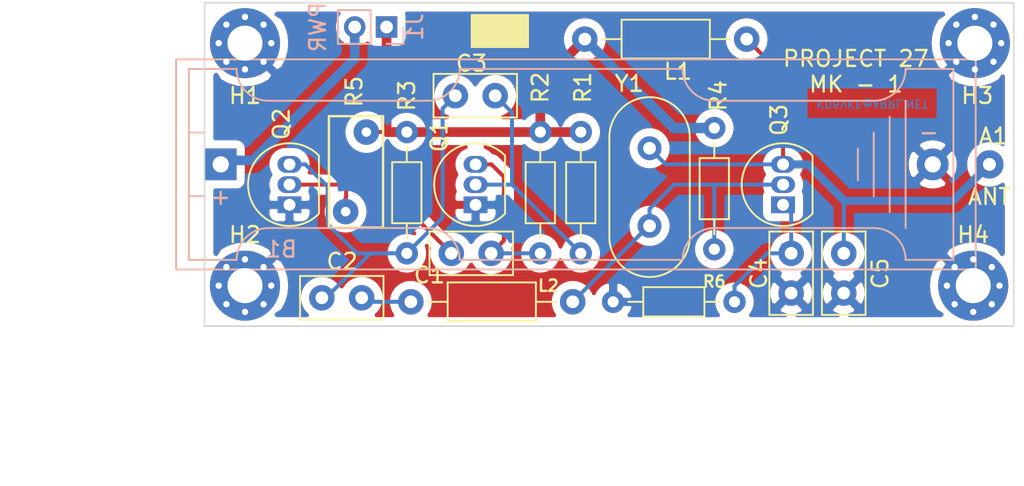
<source format=kicad_pcb>
(kicad_pcb (version 20171130) (host pcbnew "(5.1.5)-3")

  (general
    (thickness 1.6)
    (drawings 13)
    (tracks 71)
    (zones 0)
    (modules 24)
    (nets 12)
  )

  (page A4)
  (layers
    (0 F.Cu signal)
    (31 B.Cu signal)
    (32 B.Adhes user)
    (33 F.Adhes user)
    (34 B.Paste user)
    (35 F.Paste user)
    (36 B.SilkS user)
    (37 F.SilkS user)
    (38 B.Mask user)
    (39 F.Mask user)
    (40 Dwgs.User user)
    (41 Cmts.User user)
    (42 Eco1.User user)
    (43 Eco2.User user)
    (44 Edge.Cuts user)
    (45 Margin user)
    (46 B.CrtYd user)
    (47 F.CrtYd user)
    (48 B.Fab user)
    (49 F.Fab user)
  )

  (setup
    (last_trace_width 0.25)
    (trace_clearance 0.2)
    (zone_clearance 0.127)
    (zone_45_only no)
    (trace_min 0.2)
    (via_size 0.8)
    (via_drill 0.4)
    (via_min_size 0.4)
    (via_min_drill 0.3)
    (uvia_size 0.3)
    (uvia_drill 0.1)
    (uvias_allowed no)
    (uvia_min_size 0.2)
    (uvia_min_drill 0.1)
    (edge_width 0.05)
    (segment_width 0.2)
    (pcb_text_width 0.3)
    (pcb_text_size 1.5 1.5)
    (mod_edge_width 0.12)
    (mod_text_size 1 1)
    (mod_text_width 0.15)
    (pad_size 1.5 1.5)
    (pad_drill 0.7)
    (pad_to_mask_clearance 0.051)
    (solder_mask_min_width 0.25)
    (aux_axis_origin 0 0)
    (grid_origin 88.9 106.68)
    (visible_elements 7FFFFFFF)
    (pcbplotparams
      (layerselection 0x010fc_ffffffff)
      (usegerberextensions false)
      (usegerberattributes false)
      (usegerberadvancedattributes false)
      (creategerberjobfile false)
      (excludeedgelayer true)
      (linewidth 0.100000)
      (plotframeref false)
      (viasonmask false)
      (mode 1)
      (useauxorigin false)
      (hpglpennumber 1)
      (hpglpenspeed 20)
      (hpglpendiameter 15.000000)
      (psnegative false)
      (psa4output false)
      (plotreference true)
      (plotvalue true)
      (plotinvisibletext false)
      (padsonsilk false)
      (subtractmaskfromsilk false)
      (outputformat 1)
      (mirror false)
      (drillshape 1)
      (scaleselection 1)
      (outputdirectory ""))
  )

  (net 0 "")
  (net 1 GNDREF)
  (net 2 "Net-(C1-Pad1)")
  (net 3 +BATT)
  (net 4 "Net-(A1-Pad1)")
  (net 5 "Net-(L2-Pad2)")
  (net 6 "Net-(C1-Pad2)")
  (net 7 "Net-(C2-Pad1)")
  (net 8 "Net-(C2-Pad2)")
  (net 9 "Net-(B1-Pad1)")
  (net 10 "Net-(C3-Pad2)")
  (net 11 "Net-(C4-Pad1)")

  (net_class Default "This is the default net class."
    (clearance 0.2)
    (trace_width 0.25)
    (via_dia 0.8)
    (via_drill 0.4)
    (uvia_dia 0.3)
    (uvia_drill 0.1)
    (add_net +BATT)
    (add_net GNDREF)
    (add_net "Net-(A1-Pad1)")
    (add_net "Net-(B1-Pad1)")
    (add_net "Net-(C1-Pad1)")
    (add_net "Net-(C1-Pad2)")
    (add_net "Net-(C2-Pad1)")
    (add_net "Net-(C2-Pad2)")
    (add_net "Net-(C3-Pad2)")
    (add_net "Net-(C4-Pad1)")
    (add_net "Net-(L2-Pad2)")
  )

  (module Connector_PinHeader_2.00mm:PinHeader_1x02_P2.00mm_Vertical (layer B.Cu) (tedit 59FED667) (tstamp 6216CD4C)
    (at 100.33 87.884 90)
    (descr "Through hole straight pin header, 1x02, 2.00mm pitch, single row")
    (tags "Through hole pin header THT 1x02 2.00mm single row")
    (path /621E6F5A)
    (fp_text reference J1 (at 0 1.778 90) (layer B.SilkS)
      (effects (font (size 1 1) (thickness 0.15)) (justify mirror))
    )
    (fp_text value PWR (at 0 -4.318 90) (layer B.SilkS)
      (effects (font (size 1 1) (thickness 0.15)) (justify mirror))
    )
    (fp_text user %R (at 0 -0.5 180) (layer B.Fab)
      (effects (font (size 0.76 0.76) (thickness 0.114)) (justify mirror))
    )
    (fp_line (start 1.5 1.5) (end -1.5 1.5) (layer B.CrtYd) (width 0.05))
    (fp_line (start 1.5 -3.5) (end 1.5 1.5) (layer B.CrtYd) (width 0.05))
    (fp_line (start -1.5 -3.5) (end 1.5 -3.5) (layer B.CrtYd) (width 0.05))
    (fp_line (start -1.5 1.5) (end -1.5 -3.5) (layer B.CrtYd) (width 0.05))
    (fp_line (start -1.06 1.06) (end 0 1.06) (layer B.SilkS) (width 0.12))
    (fp_line (start -1.06 0) (end -1.06 1.06) (layer B.SilkS) (width 0.12))
    (fp_line (start -1.06 -1) (end 1.06 -1) (layer B.SilkS) (width 0.12))
    (fp_line (start 1.06 -1) (end 1.06 -3.06) (layer B.SilkS) (width 0.12))
    (fp_line (start -1.06 -1) (end -1.06 -3.06) (layer B.SilkS) (width 0.12))
    (fp_line (start -1.06 -3.06) (end 1.06 -3.06) (layer B.SilkS) (width 0.12))
    (fp_line (start -1 0.5) (end -0.5 1) (layer B.Fab) (width 0.1))
    (fp_line (start -1 -3) (end -1 0.5) (layer B.Fab) (width 0.1))
    (fp_line (start 1 -3) (end -1 -3) (layer B.Fab) (width 0.1))
    (fp_line (start 1 1) (end 1 -3) (layer B.Fab) (width 0.1))
    (fp_line (start -0.5 1) (end 1 1) (layer B.Fab) (width 0.1))
    (pad 2 thru_hole oval (at 0 -2 90) (size 1.35 1.35) (drill 0.8) (layers *.Cu *.Mask)
      (net 9 "Net-(B1-Pad1)"))
    (pad 1 thru_hole rect (at 0 0 90) (size 1.35 1.35) (drill 0.8) (layers *.Cu *.Mask)
      (net 3 +BATT))
    (model ${KISYS3DMOD}/Connector_PinHeader_2.00mm.3dshapes/PinHeader_1x02_P2.00mm_Vertical.wrl
      (at (xyz 0 0 0))
      (scale (xyz 1 1 1))
      (rotate (xyz 0 0 0))
    )
  )

  (module Package_TO_SOT_THT:TO-92_Inline (layer F.Cu) (tedit 5A1DD157) (tstamp 6206F786)
    (at 94.234 99.06 90)
    (descr "TO-92 leads in-line, narrow, oval pads, drill 0.75mm (see NXP sot054_po.pdf)")
    (tags "to-92 sc-43 sc-43a sot54 PA33 transistor")
    (path /620D59A4)
    (fp_text reference Q2 (at 5.08 -0.508 90) (layer F.SilkS)
      (effects (font (size 1 1) (thickness 0.15)))
    )
    (fp_text value 2N3904 (at 1.27 2.79 90) (layer F.Fab)
      (effects (font (size 1 1) (thickness 0.15)))
    )
    (fp_arc (start 1.27 0) (end 1.27 -2.6) (angle 135) (layer F.SilkS) (width 0.12))
    (fp_arc (start 1.27 0) (end 1.27 -2.48) (angle -135) (layer F.Fab) (width 0.1))
    (fp_arc (start 1.27 0) (end 1.27 -2.6) (angle -135) (layer F.SilkS) (width 0.12))
    (fp_arc (start 1.27 0) (end 1.27 -2.48) (angle 135) (layer F.Fab) (width 0.1))
    (fp_line (start 4 2.01) (end -1.46 2.01) (layer F.CrtYd) (width 0.05))
    (fp_line (start 4 2.01) (end 4 -2.73) (layer F.CrtYd) (width 0.05))
    (fp_line (start -1.46 -2.73) (end -1.46 2.01) (layer F.CrtYd) (width 0.05))
    (fp_line (start -1.46 -2.73) (end 4 -2.73) (layer F.CrtYd) (width 0.05))
    (fp_line (start -0.5 1.75) (end 3 1.75) (layer F.Fab) (width 0.1))
    (fp_line (start -0.53 1.85) (end 3.07 1.85) (layer F.SilkS) (width 0.12))
    (fp_text user %R (at 5.08 -0.508 90) (layer F.Fab)
      (effects (font (size 1 1) (thickness 0.15)))
    )
    (pad 1 thru_hole rect (at 0 0 90) (size 1.05 1.5) (drill 0.75) (layers *.Cu *.Mask)
      (net 1 GNDREF))
    (pad 3 thru_hole oval (at 2.54 0 90) (size 1.05 1.5) (drill 0.75) (layers *.Cu *.Mask)
      (net 7 "Net-(C2-Pad1)"))
    (pad 2 thru_hole oval (at 1.27 0 90) (size 1.05 1.5) (drill 0.75) (layers *.Cu *.Mask)
      (net 2 "Net-(C1-Pad1)"))
    (model ${KISYS3DMOD}/Package_TO_SOT_THT.3dshapes/TO-92_Inline.wrl
      (at (xyz 0 0 0))
      (scale (xyz 1 1 1))
      (rotate (xyz 0 0 0))
    )
  )

  (module Package_TO_SOT_THT:TO-92_Inline (layer F.Cu) (tedit 5A1DD157) (tstamp 6206F774)
    (at 105.918 99.06 90)
    (descr "TO-92 leads in-line, narrow, oval pads, drill 0.75mm (see NXP sot054_po.pdf)")
    (tags "to-92 sc-43 sc-43a sot54 PA33 transistor")
    (path /620D599A)
    (fp_text reference Q1 (at 4.318 -2.286 90) (layer F.SilkS)
      (effects (font (size 1 1) (thickness 0.15)))
    )
    (fp_text value 2N3904 (at 1.27 1.27 90) (layer F.Fab)
      (effects (font (size 1 1) (thickness 0.15)))
    )
    (fp_arc (start 1.27 0) (end 1.27 -2.6) (angle 135) (layer F.SilkS) (width 0.12))
    (fp_arc (start 1.27 0) (end 1.27 -2.48) (angle -135) (layer F.Fab) (width 0.1))
    (fp_arc (start 1.27 0) (end 1.27 -2.6) (angle -135) (layer F.SilkS) (width 0.12))
    (fp_arc (start 1.27 0) (end 1.27 -2.48) (angle 135) (layer F.Fab) (width 0.1))
    (fp_line (start 4 2.01) (end -1.46 2.01) (layer F.CrtYd) (width 0.05))
    (fp_line (start 4 2.01) (end 4 -2.73) (layer F.CrtYd) (width 0.05))
    (fp_line (start -1.46 -2.73) (end -1.46 2.01) (layer F.CrtYd) (width 0.05))
    (fp_line (start -1.46 -2.73) (end 4 -2.73) (layer F.CrtYd) (width 0.05))
    (fp_line (start -0.5 1.75) (end 3 1.75) (layer F.Fab) (width 0.1))
    (fp_line (start -0.53 1.85) (end 3.07 1.85) (layer F.SilkS) (width 0.12))
    (fp_text user %R (at 4.318 -2.286 90) (layer F.Fab)
      (effects (font (size 1 1) (thickness 0.15)))
    )
    (pad 1 thru_hole rect (at 0 0 90) (size 1.05 1.5) (drill 0.75) (layers *.Cu *.Mask)
      (net 1 GNDREF))
    (pad 3 thru_hole oval (at 2.54 0 90) (size 1.05 1.5) (drill 0.75) (layers *.Cu *.Mask)
      (net 6 "Net-(C1-Pad2)"))
    (pad 2 thru_hole oval (at 1.27 0 90) (size 1.05 1.5) (drill 0.75) (layers *.Cu *.Mask)
      (net 10 "Net-(C3-Pad2)"))
    (model ${KISYS3DMOD}/Package_TO_SOT_THT.3dshapes/TO-92_Inline.wrl
      (at (xyz 0 0 0))
      (scale (xyz 1 1 1))
      (rotate (xyz 0 0 0))
    )
  )

  (module Battery:BatteryHolder_Keystone_2466_1xAAA (layer B.Cu) (tedit 5B254C39) (tstamp 62167DCB)
    (at 89.916 96.52)
    (descr "1xAAA Battery Holder, Keystone, Plastic Case, http://www.keyelco.com/product-pdf.cfm?p=1031")
    (tags "AAA battery holder Keystone")
    (path /6217B597)
    (fp_text reference B1 (at 3.81 5.334 180) (layer B.SilkS)
      (effects (font (size 1 1) (thickness 0.15)) (justify mirror))
    )
    (fp_text value 1.5V (at 22 0) (layer B.Fab)
      (effects (font (size 1 1) (thickness 0.15)) (justify mirror))
    )
    (fp_line (start -2.7 -6.5) (end -2.7 0) (layer B.Fab) (width 0.1))
    (fp_line (start 47.3 -6.5) (end -2.7 -6.5) (layer B.Fab) (width 0.1))
    (fp_line (start 47.3 6.5) (end 47.3 -6.5) (layer B.Fab) (width 0.1))
    (fp_line (start -2.7 6.5) (end 47.3 6.5) (layer B.Fab) (width 0.1))
    (fp_line (start -2.7 0) (end -2.7 6.5) (layer B.Fab) (width 0.1))
    (fp_line (start 46 -6) (end 43 -6) (layer B.SilkS) (width 0.12))
    (fp_line (start 46 6) (end 46 -6) (layer B.SilkS) (width 0.12))
    (fp_line (start 46 6) (end 43 6) (layer B.SilkS) (width 0.12))
    (fp_line (start -2 -6) (end 1 -6) (layer B.SilkS) (width 0.12))
    (fp_line (start -2 6) (end -2 -6) (layer B.SilkS) (width 0.12))
    (fp_line (start -2 6) (end 1 6) (layer B.SilkS) (width 0.12))
    (fp_arc (start 3 6) (end 3 4) (angle -90) (layer B.SilkS) (width 0.12))
    (fp_arc (start 41 6) (end 43 6) (angle -90) (layer B.SilkS) (width 0.12))
    (fp_arc (start 41 -6) (end 41 -4) (angle -90) (layer B.SilkS) (width 0.12))
    (fp_line (start 41 -4) (end 31 -4) (layer B.SilkS) (width 0.12))
    (fp_line (start 41 4) (end 31 4) (layer B.SilkS) (width 0.12))
    (fp_arc (start 3 -6) (end 1 -6) (angle -90) (layer B.SilkS) (width 0.12))
    (fp_line (start 3 4) (end 13 4) (layer B.SilkS) (width 0.12))
    (fp_line (start 3 -4) (end 13 -4) (layer B.SilkS) (width 0.12))
    (fp_arc (start 31 -6) (end 29 -6) (angle -90) (layer B.SilkS) (width 0.12))
    (fp_arc (start 13 -6) (end 13 -4) (angle -90) (layer B.SilkS) (width 0.12))
    (fp_arc (start 13 6) (end 15 6) (angle -90) (layer B.SilkS) (width 0.12))
    (fp_arc (start 31 6) (end 31 4) (angle -90) (layer B.SilkS) (width 0.12))
    (fp_line (start 29 6) (end 15 6) (layer B.SilkS) (width 0.12))
    (fp_line (start 15 -6) (end 29 -6) (layer B.SilkS) (width 0.12))
    (fp_line (start -1 -2) (end -2 -2) (layer B.SilkS) (width 0.12))
    (fp_line (start -2 2) (end -1 2) (layer B.SilkS) (width 0.12))
    (fp_line (start 43 4) (end 43 -4) (layer B.SilkS) (width 0.12))
    (fp_line (start 42 -3) (end 42 3) (layer B.SilkS) (width 0.12))
    (fp_line (start 41 2) (end 41 -2) (layer B.SilkS) (width 0.12))
    (fp_line (start 40 1) (end 40 -1) (layer B.SilkS) (width 0.12))
    (fp_line (start 47.4 6.6) (end -2.8 6.6) (layer B.SilkS) (width 0.12))
    (fp_line (start -2.8 6.6) (end -2.8 -6.6) (layer B.SilkS) (width 0.12))
    (fp_line (start -2.8 -6.6) (end 47.4 -6.6) (layer B.SilkS) (width 0.12))
    (fp_line (start 47.4 -6.6) (end 47.4 6.6) (layer B.SilkS) (width 0.12))
    (fp_line (start 47.8 7) (end -3.2 7) (layer B.CrtYd) (width 0.05))
    (fp_line (start -3.2 7) (end -3.2 -7) (layer B.CrtYd) (width 0.05))
    (fp_line (start -3.2 -7) (end 47.8 -7) (layer B.CrtYd) (width 0.05))
    (fp_line (start 47.8 -7) (end 47.8 7) (layer B.CrtYd) (width 0.05))
    (fp_text user %R (at 0 0) (layer B.Fab)
      (effects (font (size 1 1) (thickness 0.15)) (justify mirror))
    )
    (fp_text user + (at 0 2.032) (layer B.SilkS)
      (effects (font (size 1 1) (thickness 0.15)) (justify mirror))
    )
    (fp_text user - (at 44.45 -2.032) (layer B.SilkS)
      (effects (font (size 1 1) (thickness 0.15)) (justify mirror))
    )
    (pad 2 thru_hole circle (at 44.7 0) (size 2 2) (drill 1.02) (layers *.Cu *.Mask)
      (net 1 GNDREF))
    (pad 1 thru_hole rect (at 0 0) (size 2 2) (drill 1.02) (layers *.Cu *.Mask)
      (net 9 "Net-(B1-Pad1)"))
    (model ${KISYS3DMOD}/Battery.3dshapes/BatteryHolder_Keystone_2466_1xAAA.wrl
      (at (xyz 0 0 0))
      (scale (xyz 1 1 1))
      (rotate (xyz 0 0 0))
    )
  )

  (module Crystal:Crystal_HC49-U_Vertical (layer F.Cu) (tedit 5A1AD3B8) (tstamp 62071C99)
    (at 116.84 95.504 270)
    (descr "Crystal THT HC-49/U http://5hertz.com/pdfs/04404_D.pdf")
    (tags "THT crystalHC-49/U")
    (path /62030F83)
    (fp_text reference Y1 (at -4.064 1.27) (layer F.SilkS)
      (effects (font (size 1 1) (thickness 0.15)))
    )
    (fp_text value "27.145 3OT" (at 2.54 1.524 90) (layer F.Fab)
      (effects (font (size 1 1) (thickness 0.15)))
    )
    (fp_arc (start 5.565 0) (end 5.565 -2.525) (angle 180) (layer F.SilkS) (width 0.12))
    (fp_arc (start -0.685 0) (end -0.685 -2.525) (angle -180) (layer F.SilkS) (width 0.12))
    (fp_arc (start 5.44 0) (end 5.44 -2) (angle 180) (layer F.Fab) (width 0.1))
    (fp_arc (start -0.56 0) (end -0.56 -2) (angle -180) (layer F.Fab) (width 0.1))
    (fp_arc (start 5.565 0) (end 5.565 -2.325) (angle 180) (layer F.Fab) (width 0.1))
    (fp_arc (start -0.685 0) (end -0.685 -2.325) (angle -180) (layer F.Fab) (width 0.1))
    (fp_line (start 8.4 -2.8) (end -3.5 -2.8) (layer F.CrtYd) (width 0.05))
    (fp_line (start 8.4 2.8) (end 8.4 -2.8) (layer F.CrtYd) (width 0.05))
    (fp_line (start -3.5 2.8) (end 8.4 2.8) (layer F.CrtYd) (width 0.05))
    (fp_line (start -3.5 -2.8) (end -3.5 2.8) (layer F.CrtYd) (width 0.05))
    (fp_line (start -0.685 2.525) (end 5.565 2.525) (layer F.SilkS) (width 0.12))
    (fp_line (start -0.685 -2.525) (end 5.565 -2.525) (layer F.SilkS) (width 0.12))
    (fp_line (start -0.56 2) (end 5.44 2) (layer F.Fab) (width 0.1))
    (fp_line (start -0.56 -2) (end 5.44 -2) (layer F.Fab) (width 0.1))
    (fp_line (start -0.685 2.325) (end 5.565 2.325) (layer F.Fab) (width 0.1))
    (fp_line (start -0.685 -2.325) (end 5.565 -2.325) (layer F.Fab) (width 0.1))
    (fp_text user %R (at 2.44 0 90) (layer F.Fab)
      (effects (font (size 1 1) (thickness 0.15)))
    )
    (pad 2 thru_hole circle (at 4.88 0 270) (size 1.5 1.5) (drill 0.8) (layers *.Cu *.Mask)
      (net 5 "Net-(L2-Pad2)"))
    (pad 1 thru_hole circle (at 0 0 270) (size 1.5 1.5) (drill 0.8) (layers *.Cu *.Mask)
      (net 4 "Net-(A1-Pad1)"))
    (model ${KISYS3DMOD}/Crystal.3dshapes/Crystal_HC49-U_Vertical.wrl
      (at (xyz 0 0 0))
      (scale (xyz 1 1 1))
      (rotate (xyz 0 0 0))
    )
  )

  (module BALOON_TX_27:Hole_100_75 (layer F.Cu) (tedit 6209EA79) (tstamp 620F474B)
    (at 138.176 96.52)
    (descr "Mounting Hole 2.2mm, M2, DIN965")
    (tags "mounting hole 2.2mm m2 din965")
    (path /6251563E)
    (attr virtual)
    (fp_text reference A1 (at 0.254 -1.778) (layer F.SilkS)
      (effects (font (size 1 1) (thickness 0.15)))
    )
    (fp_text value ANT (at 0 2.032) (layer F.SilkS)
      (effects (font (size 1 1) (thickness 0.15)))
    )
    (fp_text user %R (at 0.3 0) (layer F.Fab)
      (effects (font (size 1 1) (thickness 0.15)))
    )
    (fp_circle (center 0 0) (end 1.9 0) (layer Cmts.User) (width 0.15))
    (fp_circle (center 0 0) (end 2.15 0) (layer F.CrtYd) (width 0.05))
    (pad 1 thru_hole circle (at 0 0) (size 1.778 1.778) (drill 0.8128) (layers *.Cu *.Mask)
      (net 4 "Net-(A1-Pad1)"))
  )

  (module MountingHole:MountingHole_2.2mm_M2_Pad_Via (layer F.Cu) (tedit 56DDB9C7) (tstamp 6209983B)
    (at 91.44 104.14)
    (descr "Mounting Hole 2.2mm, M2")
    (tags "mounting hole 2.2mm m2")
    (path /6254D7F2)
    (attr virtual)
    (fp_text reference H2 (at 0 -3.2) (layer F.SilkS)
      (effects (font (size 1 1) (thickness 0.15)))
    )
    (fp_text value ATTACH (at 0 3.2) (layer F.Fab)
      (effects (font (size 1 1) (thickness 0.15)))
    )
    (fp_circle (center 0 0) (end 2.45 0) (layer F.CrtYd) (width 0.05))
    (fp_circle (center 0 0) (end 2.2 0) (layer Cmts.User) (width 0.15))
    (fp_text user %R (at 0.3 0) (layer F.Fab)
      (effects (font (size 1 1) (thickness 0.15)))
    )
    (pad 1 thru_hole circle (at 1.166726 -1.166726) (size 0.7 0.7) (drill 0.4) (layers *.Cu *.Mask)
      (net 1 GNDREF))
    (pad 1 thru_hole circle (at 0 -1.65) (size 0.7 0.7) (drill 0.4) (layers *.Cu *.Mask)
      (net 1 GNDREF))
    (pad 1 thru_hole circle (at -1.166726 -1.166726) (size 0.7 0.7) (drill 0.4) (layers *.Cu *.Mask)
      (net 1 GNDREF))
    (pad 1 thru_hole circle (at -1.65 0) (size 0.7 0.7) (drill 0.4) (layers *.Cu *.Mask)
      (net 1 GNDREF))
    (pad 1 thru_hole circle (at -1.166726 1.166726) (size 0.7 0.7) (drill 0.4) (layers *.Cu *.Mask)
      (net 1 GNDREF))
    (pad 1 thru_hole circle (at 0 1.65) (size 0.7 0.7) (drill 0.4) (layers *.Cu *.Mask)
      (net 1 GNDREF))
    (pad 1 thru_hole circle (at 1.166726 1.166726) (size 0.7 0.7) (drill 0.4) (layers *.Cu *.Mask)
      (net 1 GNDREF))
    (pad 1 thru_hole circle (at 1.65 0) (size 0.7 0.7) (drill 0.4) (layers *.Cu *.Mask)
      (net 1 GNDREF))
    (pad 1 thru_hole circle (at 0 0) (size 4.4 4.4) (drill 2.2) (layers *.Cu *.Mask)
      (net 1 GNDREF))
  )

  (module MountingHole:MountingHole_2.2mm_M2_Pad_Via (layer F.Cu) (tedit 56DDB9C7) (tstamp 6209982B)
    (at 91.44 88.9)
    (descr "Mounting Hole 2.2mm, M2")
    (tags "mounting hole 2.2mm m2")
    (path /6254C003)
    (attr virtual)
    (fp_text reference H1 (at 0 3.302) (layer F.SilkS)
      (effects (font (size 1 1) (thickness 0.15)))
    )
    (fp_text value ATTACH (at 0 3.2) (layer F.Fab)
      (effects (font (size 1 1) (thickness 0.15)))
    )
    (fp_circle (center 0 0) (end 2.45 0) (layer F.CrtYd) (width 0.05))
    (fp_circle (center 0 0) (end 2.2 0) (layer Cmts.User) (width 0.15))
    (fp_text user %R (at 0.3 0) (layer F.Fab)
      (effects (font (size 1 1) (thickness 0.15)))
    )
    (pad 1 thru_hole circle (at 1.166726 -1.166726) (size 0.7 0.7) (drill 0.4) (layers *.Cu *.Mask)
      (net 1 GNDREF))
    (pad 1 thru_hole circle (at 0 -1.65) (size 0.7 0.7) (drill 0.4) (layers *.Cu *.Mask)
      (net 1 GNDREF))
    (pad 1 thru_hole circle (at -1.166726 -1.166726) (size 0.7 0.7) (drill 0.4) (layers *.Cu *.Mask)
      (net 1 GNDREF))
    (pad 1 thru_hole circle (at -1.65 0) (size 0.7 0.7) (drill 0.4) (layers *.Cu *.Mask)
      (net 1 GNDREF))
    (pad 1 thru_hole circle (at -1.166726 1.166726) (size 0.7 0.7) (drill 0.4) (layers *.Cu *.Mask)
      (net 1 GNDREF))
    (pad 1 thru_hole circle (at 0 1.65) (size 0.7 0.7) (drill 0.4) (layers *.Cu *.Mask)
      (net 1 GNDREF))
    (pad 1 thru_hole circle (at 1.166726 1.166726) (size 0.7 0.7) (drill 0.4) (layers *.Cu *.Mask)
      (net 1 GNDREF))
    (pad 1 thru_hole circle (at 1.65 0) (size 0.7 0.7) (drill 0.4) (layers *.Cu *.Mask)
      (net 1 GNDREF))
    (pad 1 thru_hole circle (at 0 0) (size 4.4 4.4) (drill 2.2) (layers *.Cu *.Mask)
      (net 1 GNDREF))
  )

  (module Capacitor_THT:C_Disc_D5.0mm_W2.5mm_P2.50mm (layer F.Cu) (tedit 5AE50EF0) (tstamp 62070450)
    (at 96.266 104.902)
    (descr "C, Disc series, Radial, pin pitch=2.50mm, , diameter*width=5*2.5mm^2, Capacitor, http://cdn-reichelt.de/documents/datenblatt/B300/DS_KERKO_TC.pdf")
    (tags "C Disc series Radial pin pitch 2.50mm  diameter 5mm width 2.5mm Capacitor")
    (path /62032FE7)
    (fp_text reference C2 (at 1.27 -2.286) (layer F.SilkS)
      (effects (font (size 1 1) (thickness 0.15)))
    )
    (fp_text value 47 (at 1.524 -1.016) (layer F.Fab)
      (effects (font (size 1 1) (thickness 0.15)))
    )
    (fp_text user %R (at -0.254 -2.286) (layer F.Fab)
      (effects (font (size 1 1) (thickness 0.15)))
    )
    (fp_line (start 4 -1.5) (end -1.5 -1.5) (layer F.CrtYd) (width 0.05))
    (fp_line (start 4 1.5) (end 4 -1.5) (layer F.CrtYd) (width 0.05))
    (fp_line (start -1.5 1.5) (end 4 1.5) (layer F.CrtYd) (width 0.05))
    (fp_line (start -1.5 -1.5) (end -1.5 1.5) (layer F.CrtYd) (width 0.05))
    (fp_line (start 3.87 -1.37) (end 3.87 1.37) (layer F.SilkS) (width 0.12))
    (fp_line (start -1.37 -1.37) (end -1.37 1.37) (layer F.SilkS) (width 0.12))
    (fp_line (start -1.37 1.37) (end 3.87 1.37) (layer F.SilkS) (width 0.12))
    (fp_line (start -1.37 -1.37) (end 3.87 -1.37) (layer F.SilkS) (width 0.12))
    (fp_line (start 3.75 -1.25) (end -1.25 -1.25) (layer F.Fab) (width 0.1))
    (fp_line (start 3.75 1.25) (end 3.75 -1.25) (layer F.Fab) (width 0.1))
    (fp_line (start -1.25 1.25) (end 3.75 1.25) (layer F.Fab) (width 0.1))
    (fp_line (start -1.25 -1.25) (end -1.25 1.25) (layer F.Fab) (width 0.1))
    (pad 2 thru_hole circle (at 2.5 0) (size 1.6 1.6) (drill 0.8) (layers *.Cu *.Mask)
      (net 8 "Net-(C2-Pad2)"))
    (pad 1 thru_hole circle (at 0 0) (size 1.6 1.6) (drill 0.8) (layers *.Cu *.Mask)
      (net 7 "Net-(C2-Pad1)"))
    (model ${KISYS3DMOD}/Capacitor_THT.3dshapes/C_Disc_D5.0mm_W2.5mm_P2.50mm.wrl
      (at (xyz 0 0 0))
      (scale (xyz 1 1 1))
      (rotate (xyz 0 0 0))
    )
  )

  (module Capacitor_THT:C_Disc_D5.0mm_W2.5mm_P2.50mm (layer F.Cu) (tedit 5AE50EF0) (tstamp 6207043D)
    (at 125.73 102.108 270)
    (descr "C, Disc series, Radial, pin pitch=2.50mm, , diameter*width=5*2.5mm^2, Capacitor, http://cdn-reichelt.de/documents/datenblatt/B300/DS_KERKO_TC.pdf")
    (tags "C Disc series Radial pin pitch 2.50mm  diameter 5mm width 2.5mm Capacitor")
    (path /62040B1D)
    (fp_text reference C4 (at 1.27 2.032 90) (layer F.SilkS)
      (effects (font (size 1 1) (thickness 0.15)))
    )
    (fp_text value 102 (at 0.762 1.778 90) (layer F.Fab)
      (effects (font (size 1 1) (thickness 0.15)))
    )
    (fp_text user %R (at 1.27 2.032 90) (layer F.Fab)
      (effects (font (size 1 1) (thickness 0.15)))
    )
    (fp_line (start 4 -1.5) (end -1.5 -1.5) (layer F.CrtYd) (width 0.05))
    (fp_line (start 4 1.5) (end 4 -1.5) (layer F.CrtYd) (width 0.05))
    (fp_line (start -1.5 1.5) (end 4 1.5) (layer F.CrtYd) (width 0.05))
    (fp_line (start -1.5 -1.5) (end -1.5 1.5) (layer F.CrtYd) (width 0.05))
    (fp_line (start 3.87 -1.37) (end 3.87 1.37) (layer F.SilkS) (width 0.12))
    (fp_line (start -1.37 -1.37) (end -1.37 1.37) (layer F.SilkS) (width 0.12))
    (fp_line (start -1.37 1.37) (end 3.87 1.37) (layer F.SilkS) (width 0.12))
    (fp_line (start -1.37 -1.37) (end 3.87 -1.37) (layer F.SilkS) (width 0.12))
    (fp_line (start 3.75 -1.25) (end -1.25 -1.25) (layer F.Fab) (width 0.1))
    (fp_line (start 3.75 1.25) (end 3.75 -1.25) (layer F.Fab) (width 0.1))
    (fp_line (start -1.25 1.25) (end 3.75 1.25) (layer F.Fab) (width 0.1))
    (fp_line (start -1.25 -1.25) (end -1.25 1.25) (layer F.Fab) (width 0.1))
    (pad 2 thru_hole circle (at 2.5 0 270) (size 1.6 1.6) (drill 0.8) (layers *.Cu *.Mask)
      (net 1 GNDREF))
    (pad 1 thru_hole circle (at 0 0 270) (size 1.6 1.6) (drill 0.8) (layers *.Cu *.Mask)
      (net 11 "Net-(C4-Pad1)"))
    (model ${KISYS3DMOD}/Capacitor_THT.3dshapes/C_Disc_D5.0mm_W2.5mm_P2.50mm.wrl
      (at (xyz 0 0 0))
      (scale (xyz 1 1 1))
      (rotate (xyz 0 0 0))
    )
  )

  (module Resistor_THT:R_Axial_DIN0204_L3.6mm_D1.6mm_P7.62mm_Horizontal (layer F.Cu) (tedit 5AE5139B) (tstamp 62070758)
    (at 120.904 94.234 270)
    (descr "Resistor, Axial_DIN0204 series, Axial, Horizontal, pin pitch=7.62mm, 0.167W, length*diameter=3.6*1.6mm^2, http://cdn-reichelt.de/documents/datenblatt/B400/1_4W%23YAG.pdf")
    (tags "Resistor Axial_DIN0204 series Axial Horizontal pin pitch 7.62mm 0.167W length 3.6mm diameter 1.6mm")
    (path /62031C4D)
    (fp_text reference R4 (at -2.032 -0.254 90) (layer F.SilkS)
      (effects (font (size 1 1) (thickness 0.15)))
    )
    (fp_text value 330K (at 3.81 -0.254 90) (layer F.Fab)
      (effects (font (size 1 1) (thickness 0.15)))
    )
    (fp_text user %R (at -2.286 -0.254 90) (layer F.Fab)
      (effects (font (size 0.72 0.72) (thickness 0.108)))
    )
    (fp_line (start 8.57 -1.05) (end -0.95 -1.05) (layer F.CrtYd) (width 0.05))
    (fp_line (start 8.57 1.05) (end 8.57 -1.05) (layer F.CrtYd) (width 0.05))
    (fp_line (start -0.95 1.05) (end 8.57 1.05) (layer F.CrtYd) (width 0.05))
    (fp_line (start -0.95 -1.05) (end -0.95 1.05) (layer F.CrtYd) (width 0.05))
    (fp_line (start 6.68 0) (end 5.73 0) (layer F.SilkS) (width 0.12))
    (fp_line (start 0.94 0) (end 1.89 0) (layer F.SilkS) (width 0.12))
    (fp_line (start 5.73 -0.92) (end 1.89 -0.92) (layer F.SilkS) (width 0.12))
    (fp_line (start 5.73 0.92) (end 5.73 -0.92) (layer F.SilkS) (width 0.12))
    (fp_line (start 1.89 0.92) (end 5.73 0.92) (layer F.SilkS) (width 0.12))
    (fp_line (start 1.89 -0.92) (end 1.89 0.92) (layer F.SilkS) (width 0.12))
    (fp_line (start 7.62 0) (end 5.61 0) (layer F.Fab) (width 0.1))
    (fp_line (start 0 0) (end 2.01 0) (layer F.Fab) (width 0.1))
    (fp_line (start 5.61 -0.8) (end 2.01 -0.8) (layer F.Fab) (width 0.1))
    (fp_line (start 5.61 0.8) (end 5.61 -0.8) (layer F.Fab) (width 0.1))
    (fp_line (start 2.01 0.8) (end 5.61 0.8) (layer F.Fab) (width 0.1))
    (fp_line (start 2.01 -0.8) (end 2.01 0.8) (layer F.Fab) (width 0.1))
    (pad 2 thru_hole oval (at 7.62 0 270) (size 1.4 1.4) (drill 0.7) (layers *.Cu *.Mask)
      (net 5 "Net-(L2-Pad2)"))
    (pad 1 thru_hole circle (at 0 0 270) (size 1.4 1.4) (drill 0.7) (layers *.Cu *.Mask)
      (net 3 +BATT))
    (model ${KISYS3DMOD}/Resistor_THT.3dshapes/R_Axial_DIN0204_L3.6mm_D1.6mm_P7.62mm_Horizontal.wrl
      (at (xyz 0 0 0))
      (scale (xyz 1 1 1))
      (rotate (xyz 0 0 0))
    )
  )

  (module Resistor_THT:R_Axial_DIN0204_L3.6mm_D1.6mm_P7.62mm_Horizontal (layer F.Cu) (tedit 5AE5139B) (tstamp 6207079D)
    (at 122.174 105.156 180)
    (descr "Resistor, Axial_DIN0204 series, Axial, Horizontal, pin pitch=7.62mm, 0.167W, length*diameter=3.6*1.6mm^2, http://cdn-reichelt.de/documents/datenblatt/B400/1_4W%23YAG.pdf")
    (tags "Resistor Axial_DIN0204 series Axial Horizontal pin pitch 7.62mm 0.167W length 3.6mm diameter 1.6mm")
    (path /620406B8)
    (fp_text reference R6 (at 1.27 1.27) (layer F.SilkS)
      (effects (font (size 0.72 0.72) (thickness 0.15)))
    )
    (fp_text value 10 (at 3.81 -0.127) (layer F.Fab)
      (effects (font (size 1 1) (thickness 0.15)))
    )
    (fp_text user %R (at 1.27 1.27) (layer F.Fab)
      (effects (font (size 0.72 0.72) (thickness 0.108)))
    )
    (fp_line (start 8.57 -1.05) (end -0.95 -1.05) (layer F.CrtYd) (width 0.05))
    (fp_line (start 8.57 1.05) (end 8.57 -1.05) (layer F.CrtYd) (width 0.05))
    (fp_line (start -0.95 1.05) (end 8.57 1.05) (layer F.CrtYd) (width 0.05))
    (fp_line (start -0.95 -1.05) (end -0.95 1.05) (layer F.CrtYd) (width 0.05))
    (fp_line (start 6.68 0) (end 5.73 0) (layer F.SilkS) (width 0.12))
    (fp_line (start 0.94 0) (end 1.89 0) (layer F.SilkS) (width 0.12))
    (fp_line (start 5.73 -0.92) (end 1.89 -0.92) (layer F.SilkS) (width 0.12))
    (fp_line (start 5.73 0.92) (end 5.73 -0.92) (layer F.SilkS) (width 0.12))
    (fp_line (start 1.89 0.92) (end 5.73 0.92) (layer F.SilkS) (width 0.12))
    (fp_line (start 1.89 -0.92) (end 1.89 0.92) (layer F.SilkS) (width 0.12))
    (fp_line (start 7.62 0) (end 5.61 0) (layer F.Fab) (width 0.1))
    (fp_line (start 0 0) (end 2.01 0) (layer F.Fab) (width 0.1))
    (fp_line (start 5.61 -0.8) (end 2.01 -0.8) (layer F.Fab) (width 0.1))
    (fp_line (start 5.61 0.8) (end 5.61 -0.8) (layer F.Fab) (width 0.1))
    (fp_line (start 2.01 0.8) (end 5.61 0.8) (layer F.Fab) (width 0.1))
    (fp_line (start 2.01 -0.8) (end 2.01 0.8) (layer F.Fab) (width 0.1))
    (pad 2 thru_hole oval (at 7.62 0 180) (size 1.4 1.4) (drill 0.7) (layers *.Cu *.Mask)
      (net 1 GNDREF))
    (pad 1 thru_hole circle (at 0 0 180) (size 1.4 1.4) (drill 0.7) (layers *.Cu *.Mask)
      (net 11 "Net-(C4-Pad1)"))
    (model ${KISYS3DMOD}/Resistor_THT.3dshapes/R_Axial_DIN0204_L3.6mm_D1.6mm_P7.62mm_Horizontal.wrl
      (at (xyz 0 0 0))
      (scale (xyz 1 1 1))
      (rotate (xyz 0 0 0))
    )
  )

  (module Package_TO_SOT_THT:TO-92_Inline (layer F.Cu) (tedit 5A1DD157) (tstamp 6206F73E)
    (at 125.222 99.06 90)
    (descr "TO-92 leads in-line, narrow, oval pads, drill 0.75mm (see NXP sot054_po.pdf)")
    (tags "to-92 sc-43 sc-43a sot54 PA33 transistor")
    (path /62030ADF)
    (fp_text reference Q3 (at 5.334 -0.254 90) (layer F.SilkS)
      (effects (font (size 1 1) (thickness 0.15)))
    )
    (fp_text value 2N5088 (at 1.27 1.524 90) (layer F.Fab)
      (effects (font (size 1 1) (thickness 0.15)))
    )
    (fp_arc (start 1.27 0) (end 1.27 -2.6) (angle 135) (layer F.SilkS) (width 0.12))
    (fp_arc (start 1.27 0) (end 1.27 -2.48) (angle -135) (layer F.Fab) (width 0.1))
    (fp_arc (start 1.27 0) (end 1.27 -2.6) (angle -135) (layer F.SilkS) (width 0.12))
    (fp_arc (start 1.27 0) (end 1.27 -2.48) (angle 135) (layer F.Fab) (width 0.1))
    (fp_line (start 4 2.01) (end -1.46 2.01) (layer F.CrtYd) (width 0.05))
    (fp_line (start 4 2.01) (end 4 -2.73) (layer F.CrtYd) (width 0.05))
    (fp_line (start -1.46 -2.73) (end -1.46 2.01) (layer F.CrtYd) (width 0.05))
    (fp_line (start -1.46 -2.73) (end 4 -2.73) (layer F.CrtYd) (width 0.05))
    (fp_line (start -0.5 1.75) (end 3 1.75) (layer F.Fab) (width 0.1))
    (fp_line (start -0.53 1.85) (end 3.07 1.85) (layer F.SilkS) (width 0.12))
    (fp_text user %R (at 5.334 -0.254 90) (layer F.Fab)
      (effects (font (size 1 1) (thickness 0.15)))
    )
    (pad 1 thru_hole rect (at 0 0 90) (size 1.05 1.5) (drill 0.75) (layers *.Cu *.Mask)
      (net 11 "Net-(C4-Pad1)"))
    (pad 3 thru_hole oval (at 2.54 0 90) (size 1.05 1.5) (drill 0.75) (layers *.Cu *.Mask)
      (net 4 "Net-(A1-Pad1)"))
    (pad 2 thru_hole oval (at 1.27 0 90) (size 1.05 1.5) (drill 0.75) (layers *.Cu *.Mask)
      (net 5 "Net-(L2-Pad2)"))
    (model ${KISYS3DMOD}/Package_TO_SOT_THT.3dshapes/TO-92_Inline.wrl
      (at (xyz 0 0 0))
      (scale (xyz 1 1 1))
      (rotate (xyz 0 0 0))
    )
  )

  (module Capacitor_THT:C_Disc_D5.0mm_W2.5mm_P2.50mm (layer F.Cu) (tedit 5AE50EF0) (tstamp 62075471)
    (at 129.032 102.108 270)
    (descr "C, Disc series, Radial, pin pitch=2.50mm, , diameter*width=5*2.5mm^2, Capacitor, http://cdn-reichelt.de/documents/datenblatt/B300/DS_KERKO_TC.pdf")
    (tags "C Disc series Radial pin pitch 2.50mm  diameter 5mm width 2.5mm Capacitor")
    (path /62048955)
    (fp_text reference C5 (at 1.27 -2.286 90) (layer F.SilkS)
      (effects (font (size 1 1) (thickness 0.15)))
    )
    (fp_text value 4p7 (at 1.016 1.27 90) (layer F.Fab)
      (effects (font (size 1 1) (thickness 0.15)))
    )
    (fp_text user %R (at 1.27 -2.286 90) (layer F.Fab)
      (effects (font (size 1 1) (thickness 0.15)))
    )
    (fp_line (start 4 -1.5) (end -1.5 -1.5) (layer F.CrtYd) (width 0.05))
    (fp_line (start 4 1.5) (end 4 -1.5) (layer F.CrtYd) (width 0.05))
    (fp_line (start -1.5 1.5) (end 4 1.5) (layer F.CrtYd) (width 0.05))
    (fp_line (start -1.5 -1.5) (end -1.5 1.5) (layer F.CrtYd) (width 0.05))
    (fp_line (start 3.87 -1.37) (end 3.87 1.37) (layer F.SilkS) (width 0.12))
    (fp_line (start -1.37 -1.37) (end -1.37 1.37) (layer F.SilkS) (width 0.12))
    (fp_line (start -1.37 1.37) (end 3.87 1.37) (layer F.SilkS) (width 0.12))
    (fp_line (start -1.37 -1.37) (end 3.87 -1.37) (layer F.SilkS) (width 0.12))
    (fp_line (start 3.75 -1.25) (end -1.25 -1.25) (layer F.Fab) (width 0.1))
    (fp_line (start 3.75 1.25) (end 3.75 -1.25) (layer F.Fab) (width 0.1))
    (fp_line (start -1.25 1.25) (end 3.75 1.25) (layer F.Fab) (width 0.1))
    (fp_line (start -1.25 -1.25) (end -1.25 1.25) (layer F.Fab) (width 0.1))
    (pad 2 thru_hole circle (at 2.5 0 270) (size 1.6 1.6) (drill 0.8) (layers *.Cu *.Mask)
      (net 1 GNDREF))
    (pad 1 thru_hole circle (at 0 0 270) (size 1.6 1.6) (drill 0.8) (layers *.Cu *.Mask)
      (net 4 "Net-(A1-Pad1)"))
    (model ${KISYS3DMOD}/Capacitor_THT.3dshapes/C_Disc_D5.0mm_W2.5mm_P2.50mm.wrl
      (at (xyz 0 0 0))
      (scale (xyz 1 1 1))
      (rotate (xyz 0 0 0))
    )
  )

  (module Inductor_THT:L_Axial_L5.3mm_D2.2mm_P10.16mm_Horizontal_Vishay_IM-1 (layer F.Cu) (tedit 5AE59B05) (tstamp 62076089)
    (at 101.854 105.156)
    (descr "Inductor, Axial series, Axial, Horizontal, pin pitch=10.16mm, , length*diameter=5.3*2.2mm^2, Vishay, IM-1, http://www.vishay.com/docs/34030/im.pdf")
    (tags "Inductor Axial series Axial Horizontal pin pitch 10.16mm  length 5.3mm diameter 2.2mm Vishay IM-1")
    (path /62051869)
    (fp_text reference L2 (at 8.636 -1.016) (layer F.SilkS)
      (effects (font (size 0.72 0.72) (thickness 0.15)))
    )
    (fp_text value 1uH (at 5.08 0) (layer F.Fab)
      (effects (font (size 1 1) (thickness 0.15)))
    )
    (fp_text user %R (at 4.826 -2.032) (layer F.Fab)
      (effects (font (size 1 1) (thickness 0.15)))
    )
    (fp_line (start 11.21 -1.35) (end -1.05 -1.35) (layer F.CrtYd) (width 0.05))
    (fp_line (start 11.21 1.35) (end 11.21 -1.35) (layer F.CrtYd) (width 0.05))
    (fp_line (start -1.05 1.35) (end 11.21 1.35) (layer F.CrtYd) (width 0.05))
    (fp_line (start -1.05 -1.35) (end -1.05 1.35) (layer F.CrtYd) (width 0.05))
    (fp_line (start 9.12 0) (end 7.85 0) (layer F.SilkS) (width 0.12))
    (fp_line (start 1.04 0) (end 2.31 0) (layer F.SilkS) (width 0.12))
    (fp_line (start 7.85 -1.22) (end 2.31 -1.22) (layer F.SilkS) (width 0.12))
    (fp_line (start 7.85 1.22) (end 7.85 -1.22) (layer F.SilkS) (width 0.12))
    (fp_line (start 2.31 1.22) (end 7.85 1.22) (layer F.SilkS) (width 0.12))
    (fp_line (start 2.31 -1.22) (end 2.31 1.22) (layer F.SilkS) (width 0.12))
    (fp_line (start 10.16 0) (end 7.73 0) (layer F.Fab) (width 0.1))
    (fp_line (start 0 0) (end 2.43 0) (layer F.Fab) (width 0.1))
    (fp_line (start 7.73 -1.1) (end 2.43 -1.1) (layer F.Fab) (width 0.1))
    (fp_line (start 7.73 1.1) (end 7.73 -1.1) (layer F.Fab) (width 0.1))
    (fp_line (start 2.43 1.1) (end 7.73 1.1) (layer F.Fab) (width 0.1))
    (fp_line (start 2.43 -1.1) (end 2.43 1.1) (layer F.Fab) (width 0.1))
    (pad 2 thru_hole oval (at 10.16 0) (size 1.6 1.6) (drill 0.8) (layers *.Cu *.Mask)
      (net 5 "Net-(L2-Pad2)"))
    (pad 1 thru_hole circle (at 0 0) (size 1.6 1.6) (drill 0.8) (layers *.Cu *.Mask)
      (net 8 "Net-(C2-Pad2)"))
    (model ${KISYS3DMOD}/Inductor_THT.3dshapes/L_Axial_L5.3mm_D2.2mm_P10.16mm_Horizontal_Vishay_IM-1.wrl
      (at (xyz 0 0 0))
      (scale (xyz 1 1 1))
      (rotate (xyz 0 0 0))
    )
  )

  (module Inductor_THT:L_Axial_L5.3mm_D2.2mm_P10.16mm_Horizontal_Vishay_IM-1 (layer F.Cu) (tedit 5AE59B05) (tstamp 620705A1)
    (at 112.776 88.646)
    (descr "Inductor, Axial series, Axial, Horizontal, pin pitch=10.16mm, , length*diameter=5.3*2.2mm^2, Vishay, IM-1, http://www.vishay.com/docs/34030/im.pdf")
    (tags "Inductor Axial series Axial Horizontal pin pitch 10.16mm  length 5.3mm diameter 2.2mm Vishay IM-1")
    (path /62034BFA)
    (fp_text reference L1 (at 5.842 2.032) (layer F.SilkS)
      (effects (font (size 1 1) (thickness 0.15)))
    )
    (fp_text value 1uH (at 4.826 0) (layer F.Fab)
      (effects (font (size 1 1) (thickness 0.15)))
    )
    (fp_text user %R (at 5.334 0) (layer F.Fab)
      (effects (font (size 1 1) (thickness 0.15)))
    )
    (fp_line (start 11.21 -1.35) (end -1.05 -1.35) (layer F.CrtYd) (width 0.05))
    (fp_line (start 11.21 1.35) (end 11.21 -1.35) (layer F.CrtYd) (width 0.05))
    (fp_line (start -1.05 1.35) (end 11.21 1.35) (layer F.CrtYd) (width 0.05))
    (fp_line (start -1.05 -1.35) (end -1.05 1.35) (layer F.CrtYd) (width 0.05))
    (fp_line (start 9.12 0) (end 7.85 0) (layer F.SilkS) (width 0.12))
    (fp_line (start 1.04 0) (end 2.31 0) (layer F.SilkS) (width 0.12))
    (fp_line (start 7.85 -1.22) (end 2.31 -1.22) (layer F.SilkS) (width 0.12))
    (fp_line (start 7.85 1.22) (end 7.85 -1.22) (layer F.SilkS) (width 0.12))
    (fp_line (start 2.31 1.22) (end 7.85 1.22) (layer F.SilkS) (width 0.12))
    (fp_line (start 2.31 -1.22) (end 2.31 1.22) (layer F.SilkS) (width 0.12))
    (fp_line (start 10.16 0) (end 7.73 0) (layer F.Fab) (width 0.1))
    (fp_line (start 0 0) (end 2.43 0) (layer F.Fab) (width 0.1))
    (fp_line (start 7.73 -1.1) (end 2.43 -1.1) (layer F.Fab) (width 0.1))
    (fp_line (start 7.73 1.1) (end 7.73 -1.1) (layer F.Fab) (width 0.1))
    (fp_line (start 2.43 1.1) (end 7.73 1.1) (layer F.Fab) (width 0.1))
    (fp_line (start 2.43 -1.1) (end 2.43 1.1) (layer F.Fab) (width 0.1))
    (pad 2 thru_hole oval (at 10.16 0) (size 1.6 1.6) (drill 0.8) (layers *.Cu *.Mask)
      (net 4 "Net-(A1-Pad1)"))
    (pad 1 thru_hole circle (at 0 0) (size 1.6 1.6) (drill 0.8) (layers *.Cu *.Mask)
      (net 3 +BATT))
    (model ${KISYS3DMOD}/Inductor_THT.3dshapes/L_Axial_L5.3mm_D2.2mm_P10.16mm_Horizontal_Vishay_IM-1.wrl
      (at (xyz 0 0 0))
      (scale (xyz 1 1 1))
      (rotate (xyz 0 0 0))
    )
  )

  (module Varistor:RV_Disc_D7mm_W3.4mm_P5mm (layer F.Cu) (tedit 5A0F68DF) (tstamp 62072E3F)
    (at 99.06 94.488 270)
    (descr "Varistor, diameter 7mm, width 3.4mm, pitch 5mm")
    (tags "varistor SIOV")
    (path /62032270)
    (fp_text reference R5 (at -2.54 0.762 90) (layer F.SilkS)
      (effects (font (size 1 1) (thickness 0.15)))
    )
    (fp_text value "10K Thermistor" (at 2.54 -0.254 90) (layer F.Fab)
      (effects (font (size 1 1) (thickness 0.15)))
    )
    (fp_line (start -1 -1.05) (end -1 2.35) (layer F.Fab) (width 0.1))
    (fp_line (start 6 -1.05) (end 6 2.35) (layer F.Fab) (width 0.1))
    (fp_line (start -1 -1.05) (end 6 -1.05) (layer F.Fab) (width 0.1))
    (fp_line (start -1 2.35) (end 6 2.35) (layer F.Fab) (width 0.1))
    (fp_line (start -1 -1.05) (end -1 2.35) (layer F.SilkS) (width 0.15))
    (fp_line (start 6 -1.05) (end 6 2.35) (layer F.SilkS) (width 0.15))
    (fp_line (start -1 -1.05) (end 6 -1.05) (layer F.SilkS) (width 0.15))
    (fp_line (start -1 2.35) (end 6 2.35) (layer F.SilkS) (width 0.15))
    (fp_line (start -1.25 -1.3) (end -1.25 2.6) (layer F.CrtYd) (width 0.05))
    (fp_line (start 6.25 -1.3) (end 6.25 2.6) (layer F.CrtYd) (width 0.05))
    (fp_line (start -1.25 -1.3) (end 6.25 -1.3) (layer F.CrtYd) (width 0.05))
    (fp_line (start -1.25 2.6) (end 6.25 2.6) (layer F.CrtYd) (width 0.05))
    (fp_text user %R (at 2.5 0.65 90) (layer F.Fab)
      (effects (font (size 1 1) (thickness 0.15)))
    )
    (pad 2 thru_hole circle (at 5 1.3 270) (size 1.6 1.6) (drill 0.6) (layers *.Cu *.Mask)
      (net 2 "Net-(C1-Pad1)"))
    (pad 1 thru_hole circle (at 0 0 270) (size 1.6 1.6) (drill 0.6) (layers *.Cu *.Mask)
      (net 3 +BATT))
    (model ${KISYS3DMOD}/Varistor.3dshapes/RV_Disc_D7mm_W3.4mm_P5mm.wrl
      (at (xyz 0 0 0))
      (scale (xyz 1 1 1))
      (rotate (xyz 0 0 0))
    )
  )

  (module Resistor_THT:R_Axial_DIN0204_L3.6mm_D1.6mm_P7.62mm_Horizontal (layer F.Cu) (tedit 5AE5139B) (tstamp 62070810)
    (at 101.6 94.488 270)
    (descr "Resistor, Axial_DIN0204 series, Axial, Horizontal, pin pitch=7.62mm, 0.167W, length*diameter=3.6*1.6mm^2, http://cdn-reichelt.de/documents/datenblatt/B400/1_4W%23YAG.pdf")
    (tags "Resistor Axial_DIN0204 series Axial Horizontal pin pitch 7.62mm 0.167W length 3.6mm diameter 1.6mm")
    (path /620D59AE)
    (fp_text reference R3 (at -2.286 0 90) (layer F.SilkS)
      (effects (font (size 1 1) (thickness 0.15)))
    )
    (fp_text value 2k7 (at 3.556 0.254 90) (layer F.Fab)
      (effects (font (size 1 1) (thickness 0.15)))
    )
    (fp_text user %R (at -2.286 0.254 90) (layer F.Fab)
      (effects (font (size 0.72 0.72) (thickness 0.108)))
    )
    (fp_line (start 8.57 -1.05) (end -0.95 -1.05) (layer F.CrtYd) (width 0.05))
    (fp_line (start 8.57 1.05) (end 8.57 -1.05) (layer F.CrtYd) (width 0.05))
    (fp_line (start -0.95 1.05) (end 8.57 1.05) (layer F.CrtYd) (width 0.05))
    (fp_line (start -0.95 -1.05) (end -0.95 1.05) (layer F.CrtYd) (width 0.05))
    (fp_line (start 6.68 0) (end 5.73 0) (layer F.SilkS) (width 0.12))
    (fp_line (start 0.94 0) (end 1.89 0) (layer F.SilkS) (width 0.12))
    (fp_line (start 5.73 -0.92) (end 1.89 -0.92) (layer F.SilkS) (width 0.12))
    (fp_line (start 5.73 0.92) (end 5.73 -0.92) (layer F.SilkS) (width 0.12))
    (fp_line (start 1.89 0.92) (end 5.73 0.92) (layer F.SilkS) (width 0.12))
    (fp_line (start 1.89 -0.92) (end 1.89 0.92) (layer F.SilkS) (width 0.12))
    (fp_line (start 7.62 0) (end 5.61 0) (layer F.Fab) (width 0.1))
    (fp_line (start 0 0) (end 2.01 0) (layer F.Fab) (width 0.1))
    (fp_line (start 5.61 -0.8) (end 2.01 -0.8) (layer F.Fab) (width 0.1))
    (fp_line (start 5.61 0.8) (end 5.61 -0.8) (layer F.Fab) (width 0.1))
    (fp_line (start 2.01 0.8) (end 5.61 0.8) (layer F.Fab) (width 0.1))
    (fp_line (start 2.01 -0.8) (end 2.01 0.8) (layer F.Fab) (width 0.1))
    (pad 2 thru_hole oval (at 7.62 0 270) (size 1.4 1.4) (drill 0.7) (layers *.Cu *.Mask)
      (net 7 "Net-(C2-Pad1)"))
    (pad 1 thru_hole circle (at 0 0 270) (size 1.4 1.4) (drill 0.7) (layers *.Cu *.Mask)
      (net 3 +BATT))
    (model ${KISYS3DMOD}/Resistor_THT.3dshapes/R_Axial_DIN0204_L3.6mm_D1.6mm_P7.62mm_Horizontal.wrl
      (at (xyz 0 0 0))
      (scale (xyz 1 1 1))
      (rotate (xyz 0 0 0))
    )
  )

  (module Resistor_THT:R_Axial_DIN0204_L3.6mm_D1.6mm_P7.62mm_Horizontal (layer F.Cu) (tedit 5AE5139B) (tstamp 620707F9)
    (at 109.982 102.108 90)
    (descr "Resistor, Axial_DIN0204 series, Axial, Horizontal, pin pitch=7.62mm, 0.167W, length*diameter=3.6*1.6mm^2, http://cdn-reichelt.de/documents/datenblatt/B400/1_4W%23YAG.pdf")
    (tags "Resistor Axial_DIN0204 series Axial Horizontal pin pitch 7.62mm 0.167W length 3.6mm diameter 1.6mm")
    (path /620D59B8)
    (fp_text reference R2 (at 10.414 0 90) (layer F.SilkS)
      (effects (font (size 1 1) (thickness 0.15)))
    )
    (fp_text value 2k7 (at 3.81 0 90) (layer F.Fab)
      (effects (font (size 1 1) (thickness 0.15)))
    )
    (fp_text user %R (at 10.16 0 90) (layer F.Fab)
      (effects (font (size 0.72 0.72) (thickness 0.108)))
    )
    (fp_line (start 8.57 -1.05) (end -0.95 -1.05) (layer F.CrtYd) (width 0.05))
    (fp_line (start 8.57 1.05) (end 8.57 -1.05) (layer F.CrtYd) (width 0.05))
    (fp_line (start -0.95 1.05) (end 8.57 1.05) (layer F.CrtYd) (width 0.05))
    (fp_line (start -0.95 -1.05) (end -0.95 1.05) (layer F.CrtYd) (width 0.05))
    (fp_line (start 6.68 0) (end 5.73 0) (layer F.SilkS) (width 0.12))
    (fp_line (start 0.94 0) (end 1.89 0) (layer F.SilkS) (width 0.12))
    (fp_line (start 5.73 -0.92) (end 1.89 -0.92) (layer F.SilkS) (width 0.12))
    (fp_line (start 5.73 0.92) (end 5.73 -0.92) (layer F.SilkS) (width 0.12))
    (fp_line (start 1.89 0.92) (end 5.73 0.92) (layer F.SilkS) (width 0.12))
    (fp_line (start 1.89 -0.92) (end 1.89 0.92) (layer F.SilkS) (width 0.12))
    (fp_line (start 7.62 0) (end 5.61 0) (layer F.Fab) (width 0.1))
    (fp_line (start 0 0) (end 2.01 0) (layer F.Fab) (width 0.1))
    (fp_line (start 5.61 -0.8) (end 2.01 -0.8) (layer F.Fab) (width 0.1))
    (fp_line (start 5.61 0.8) (end 5.61 -0.8) (layer F.Fab) (width 0.1))
    (fp_line (start 2.01 0.8) (end 5.61 0.8) (layer F.Fab) (width 0.1))
    (fp_line (start 2.01 -0.8) (end 2.01 0.8) (layer F.Fab) (width 0.1))
    (pad 2 thru_hole oval (at 7.62 0 90) (size 1.4 1.4) (drill 0.7) (layers *.Cu *.Mask)
      (net 3 +BATT))
    (pad 1 thru_hole circle (at 0 0 90) (size 1.4 1.4) (drill 0.7) (layers *.Cu *.Mask)
      (net 6 "Net-(C1-Pad2)"))
    (model ${KISYS3DMOD}/Resistor_THT.3dshapes/R_Axial_DIN0204_L3.6mm_D1.6mm_P7.62mm_Horizontal.wrl
      (at (xyz 0 0 0))
      (scale (xyz 1 1 1))
      (rotate (xyz 0 0 0))
    )
  )

  (module Resistor_THT:R_Axial_DIN0204_L3.6mm_D1.6mm_P7.62mm_Horizontal (layer F.Cu) (tedit 5AE5139B) (tstamp 620707E2)
    (at 112.522 94.488 270)
    (descr "Resistor, Axial_DIN0204 series, Axial, Horizontal, pin pitch=7.62mm, 0.167W, length*diameter=3.6*1.6mm^2, http://cdn-reichelt.de/documents/datenblatt/B400/1_4W%23YAG.pdf")
    (tags "Resistor Axial_DIN0204 series Axial Horizontal pin pitch 7.62mm 0.167W length 3.6mm diameter 1.6mm")
    (path /620D5990)
    (fp_text reference R1 (at -2.794 -0.127 90) (layer F.SilkS)
      (effects (font (size 1 1) (thickness 0.15)))
    )
    (fp_text value 10K (at 3.556 -0.127 90) (layer F.Fab)
      (effects (font (size 1 1) (thickness 0.15)))
    )
    (fp_text user %R (at 10.16 0.127 90) (layer F.Fab)
      (effects (font (size 0.72 0.72) (thickness 0.108)))
    )
    (fp_line (start 8.57 -1.05) (end -0.95 -1.05) (layer F.CrtYd) (width 0.05))
    (fp_line (start 8.57 1.05) (end 8.57 -1.05) (layer F.CrtYd) (width 0.05))
    (fp_line (start -0.95 1.05) (end 8.57 1.05) (layer F.CrtYd) (width 0.05))
    (fp_line (start -0.95 -1.05) (end -0.95 1.05) (layer F.CrtYd) (width 0.05))
    (fp_line (start 6.68 0) (end 5.73 0) (layer F.SilkS) (width 0.12))
    (fp_line (start 0.94 0) (end 1.89 0) (layer F.SilkS) (width 0.12))
    (fp_line (start 5.73 -0.92) (end 1.89 -0.92) (layer F.SilkS) (width 0.12))
    (fp_line (start 5.73 0.92) (end 5.73 -0.92) (layer F.SilkS) (width 0.12))
    (fp_line (start 1.89 0.92) (end 5.73 0.92) (layer F.SilkS) (width 0.12))
    (fp_line (start 1.89 -0.92) (end 1.89 0.92) (layer F.SilkS) (width 0.12))
    (fp_line (start 7.62 0) (end 5.61 0) (layer F.Fab) (width 0.1))
    (fp_line (start 0 0) (end 2.01 0) (layer F.Fab) (width 0.1))
    (fp_line (start 5.61 -0.8) (end 2.01 -0.8) (layer F.Fab) (width 0.1))
    (fp_line (start 5.61 0.8) (end 5.61 -0.8) (layer F.Fab) (width 0.1))
    (fp_line (start 2.01 0.8) (end 5.61 0.8) (layer F.Fab) (width 0.1))
    (fp_line (start 2.01 -0.8) (end 2.01 0.8) (layer F.Fab) (width 0.1))
    (pad 2 thru_hole oval (at 7.62 0 270) (size 1.4 1.4) (drill 0.7) (layers *.Cu *.Mask)
      (net 10 "Net-(C3-Pad2)"))
    (pad 1 thru_hole circle (at 0 0 270) (size 1.4 1.4) (drill 0.7) (layers *.Cu *.Mask)
      (net 3 +BATT))
    (model ${KISYS3DMOD}/Resistor_THT.3dshapes/R_Axial_DIN0204_L3.6mm_D1.6mm_P7.62mm_Horizontal.wrl
      (at (xyz 0 0 0))
      (scale (xyz 1 1 1))
      (rotate (xyz 0 0 0))
    )
  )

  (module Capacitor_THT:C_Disc_D5.0mm_W2.5mm_P2.50mm (layer F.Cu) (tedit 5AE50EF0) (tstamp 6207049C)
    (at 104.394 102.108)
    (descr "C, Disc series, Radial, pin pitch=2.50mm, , diameter*width=5*2.5mm^2, Capacitor, http://cdn-reichelt.de/documents/datenblatt/B300/DS_KERKO_TC.pdf")
    (tags "C Disc series Radial pin pitch 2.50mm  diameter 5mm width 2.5mm Capacitor")
    (path /620E06D4)
    (fp_text reference C1 (at -1.37 1.37) (layer F.SilkS)
      (effects (font (size 1 1) (thickness 0.15)))
    )
    (fp_text value 103 (at 1.25 -0.762) (layer F.Fab)
      (effects (font (size 1 1) (thickness 0.15)))
    )
    (fp_line (start -1.25 -1.25) (end -1.25 1.25) (layer F.Fab) (width 0.1))
    (fp_line (start -1.25 1.25) (end 3.75 1.25) (layer F.Fab) (width 0.1))
    (fp_line (start 3.75 1.25) (end 3.75 -1.25) (layer F.Fab) (width 0.1))
    (fp_line (start 3.75 -1.25) (end -1.25 -1.25) (layer F.Fab) (width 0.1))
    (fp_line (start -1.37 -1.37) (end 3.87 -1.37) (layer F.SilkS) (width 0.12))
    (fp_line (start -1.37 1.37) (end 3.87 1.37) (layer F.SilkS) (width 0.12))
    (fp_line (start -1.37 -1.37) (end -1.37 1.37) (layer F.SilkS) (width 0.12))
    (fp_line (start 3.87 -1.37) (end 3.87 1.37) (layer F.SilkS) (width 0.12))
    (fp_line (start -1.5 -1.5) (end -1.5 1.5) (layer F.CrtYd) (width 0.05))
    (fp_line (start -1.5 1.5) (end 4 1.5) (layer F.CrtYd) (width 0.05))
    (fp_line (start 4 1.5) (end 4 -1.5) (layer F.CrtYd) (width 0.05))
    (fp_line (start 4 -1.5) (end -1.5 -1.5) (layer F.CrtYd) (width 0.05))
    (fp_text user %R (at 4.572 -1.27) (layer F.Fab)
      (effects (font (size 0.72 0.72) (thickness 0.15)))
    )
    (pad 1 thru_hole circle (at 0 0) (size 1.6 1.6) (drill 0.8) (layers *.Cu *.Mask)
      (net 2 "Net-(C1-Pad1)"))
    (pad 2 thru_hole circle (at 2.5 0) (size 1.6 1.6) (drill 0.8) (layers *.Cu *.Mask)
      (net 6 "Net-(C1-Pad2)"))
    (model ${KISYS3DMOD}/Capacitor_THT.3dshapes/C_Disc_D5.0mm_W2.5mm_P2.50mm.wrl
      (at (xyz 0 0 0))
      (scale (xyz 1 1 1))
      (rotate (xyz 0 0 0))
    )
  )

  (module Capacitor_THT:C_Disc_D5.0mm_W2.5mm_P2.50mm (layer F.Cu) (tedit 5AE50EF0) (tstamp 6215D9FA)
    (at 104.648 92.202)
    (descr "C, Disc series, Radial, pin pitch=2.50mm, , diameter*width=5*2.5mm^2, Capacitor, http://cdn-reichelt.de/documents/datenblatt/B300/DS_KERKO_TC.pdf")
    (tags "C Disc series Radial pin pitch 2.50mm  diameter 5mm width 2.5mm Capacitor")
    (path /620E4119)
    (fp_text reference C3 (at 1.016 -2.032) (layer F.SilkS)
      (effects (font (size 1 1) (thickness 0.15)))
    )
    (fp_text value 103 (at 1.23 0) (layer F.Fab)
      (effects (font (size 1 1) (thickness 0.15)))
    )
    (fp_text user %R (at 1.016 -2.032) (layer F.Fab)
      (effects (font (size 1 1) (thickness 0.15)))
    )
    (fp_line (start 4 -1.5) (end -1.5 -1.5) (layer F.CrtYd) (width 0.05))
    (fp_line (start 4 1.5) (end 4 -1.5) (layer F.CrtYd) (width 0.05))
    (fp_line (start -1.5 1.5) (end 4 1.5) (layer F.CrtYd) (width 0.05))
    (fp_line (start -1.5 -1.5) (end -1.5 1.5) (layer F.CrtYd) (width 0.05))
    (fp_line (start 3.87 -1.37) (end 3.87 1.37) (layer F.SilkS) (width 0.12))
    (fp_line (start -1.37 -1.37) (end -1.37 1.37) (layer F.SilkS) (width 0.12))
    (fp_line (start -1.37 1.37) (end 3.87 1.37) (layer F.SilkS) (width 0.12))
    (fp_line (start -1.37 -1.37) (end 3.87 -1.37) (layer F.SilkS) (width 0.12))
    (fp_line (start 3.75 -1.25) (end -1.25 -1.25) (layer F.Fab) (width 0.1))
    (fp_line (start 3.75 1.25) (end 3.75 -1.25) (layer F.Fab) (width 0.1))
    (fp_line (start -1.25 1.25) (end 3.75 1.25) (layer F.Fab) (width 0.1))
    (fp_line (start -1.25 -1.25) (end -1.25 1.25) (layer F.Fab) (width 0.1))
    (pad 2 thru_hole circle (at 2.5 0) (size 1.6 1.6) (drill 0.8) (layers *.Cu *.Mask)
      (net 10 "Net-(C3-Pad2)"))
    (pad 1 thru_hole circle (at 0 0) (size 1.6 1.6) (drill 0.8) (layers *.Cu *.Mask)
      (net 7 "Net-(C2-Pad1)"))
    (model ${KISYS3DMOD}/Capacitor_THT.3dshapes/C_Disc_D5.0mm_W2.5mm_P2.50mm.wrl
      (at (xyz 0 0 0))
      (scale (xyz 1 1 1))
      (rotate (xyz 0 0 0))
    )
  )

  (module MountingHole:MountingHole_2.2mm_M2_Pad_Via (layer F.Cu) (tedit 56DDB9C7) (tstamp 6216CD3B)
    (at 137.263274 88.9)
    (descr "Mounting Hole 2.2mm, M2")
    (tags "mounting hole 2.2mm m2")
    (path /622C7F82)
    (attr virtual)
    (fp_text reference H3 (at 0.150726 3.302) (layer F.SilkS)
      (effects (font (size 1 1) (thickness 0.15)))
    )
    (fp_text value ATTACH (at 0 3.2) (layer F.Fab)
      (effects (font (size 1 1) (thickness 0.15)))
    )
    (fp_circle (center 0 0) (end 2.45 0) (layer F.CrtYd) (width 0.05))
    (fp_circle (center 0 0) (end 2.2 0) (layer Cmts.User) (width 0.15))
    (fp_text user %R (at 0.3 0) (layer F.Fab)
      (effects (font (size 1 1) (thickness 0.15)))
    )
    (pad 1 thru_hole circle (at 1.166726 -1.166726) (size 0.7 0.7) (drill 0.4) (layers *.Cu *.Mask)
      (net 1 GNDREF))
    (pad 1 thru_hole circle (at 0 -1.65) (size 0.7 0.7) (drill 0.4) (layers *.Cu *.Mask)
      (net 1 GNDREF))
    (pad 1 thru_hole circle (at -1.166726 -1.166726) (size 0.7 0.7) (drill 0.4) (layers *.Cu *.Mask)
      (net 1 GNDREF))
    (pad 1 thru_hole circle (at -1.65 0) (size 0.7 0.7) (drill 0.4) (layers *.Cu *.Mask)
      (net 1 GNDREF))
    (pad 1 thru_hole circle (at -1.166726 1.166726) (size 0.7 0.7) (drill 0.4) (layers *.Cu *.Mask)
      (net 1 GNDREF))
    (pad 1 thru_hole circle (at 0 1.65) (size 0.7 0.7) (drill 0.4) (layers *.Cu *.Mask)
      (net 1 GNDREF))
    (pad 1 thru_hole circle (at 1.166726 1.166726) (size 0.7 0.7) (drill 0.4) (layers *.Cu *.Mask)
      (net 1 GNDREF))
    (pad 1 thru_hole circle (at 1.65 0) (size 0.7 0.7) (drill 0.4) (layers *.Cu *.Mask)
      (net 1 GNDREF))
    (pad 1 thru_hole circle (at 0 0) (size 4.4 4.4) (drill 2.2) (layers *.Cu *.Mask)
      (net 1 GNDREF))
  )

  (module MountingHole:MountingHole_2.2mm_M2_Pad_Via (layer F.Cu) (tedit 56DDB9C7) (tstamp 6216CD4B)
    (at 137.16 104.14)
    (descr "Mounting Hole 2.2mm, M2")
    (tags "mounting hole 2.2mm m2")
    (path /622C7F88)
    (attr virtual)
    (fp_text reference H4 (at 0 -3.2) (layer F.SilkS)
      (effects (font (size 1 1) (thickness 0.15)))
    )
    (fp_text value ATTACH (at 0 3.2) (layer F.Fab)
      (effects (font (size 1 1) (thickness 0.15)))
    )
    (fp_text user %R (at 0.3 0) (layer F.Fab)
      (effects (font (size 1 1) (thickness 0.15)))
    )
    (fp_circle (center 0 0) (end 2.2 0) (layer Cmts.User) (width 0.15))
    (fp_circle (center 0 0) (end 2.45 0) (layer F.CrtYd) (width 0.05))
    (pad 1 thru_hole circle (at 0 0) (size 4.4 4.4) (drill 2.2) (layers *.Cu *.Mask)
      (net 1 GNDREF))
    (pad 1 thru_hole circle (at 1.65 0) (size 0.7 0.7) (drill 0.4) (layers *.Cu *.Mask)
      (net 1 GNDREF))
    (pad 1 thru_hole circle (at 1.166726 1.166726) (size 0.7 0.7) (drill 0.4) (layers *.Cu *.Mask)
      (net 1 GNDREF))
    (pad 1 thru_hole circle (at 0 1.65) (size 0.7 0.7) (drill 0.4) (layers *.Cu *.Mask)
      (net 1 GNDREF))
    (pad 1 thru_hole circle (at -1.166726 1.166726) (size 0.7 0.7) (drill 0.4) (layers *.Cu *.Mask)
      (net 1 GNDREF))
    (pad 1 thru_hole circle (at -1.65 0) (size 0.7 0.7) (drill 0.4) (layers *.Cu *.Mask)
      (net 1 GNDREF))
    (pad 1 thru_hole circle (at -1.166726 -1.166726) (size 0.7 0.7) (drill 0.4) (layers *.Cu *.Mask)
      (net 1 GNDREF))
    (pad 1 thru_hole circle (at 0 -1.65) (size 0.7 0.7) (drill 0.4) (layers *.Cu *.Mask)
      (net 1 GNDREF))
    (pad 1 thru_hole circle (at 1.166726 -1.166726) (size 0.7 0.7) (drill 0.4) (layers *.Cu *.Mask)
      (net 1 GNDREF))
  )

  (gr_text "PROJECT 27\nMK - 1" (at 129.794 90.678) (layer F.SilkS)
    (effects (font (size 1 1) (thickness 0.15)))
  )
  (gr_poly (pts (xy 109.22 89.154) (xy 105.664 89.154) (xy 105.664 87.122) (xy 109.22 87.122)) (layer F.SilkS) (width 0.1))
  (gr_text ASY: (at 103.632 88.138) (layer F.Mask) (tstamp 6214D8E2)
    (effects (font (size 0.6096 0.6096) (thickness 0.0762)))
  )
  (gr_text ASY: (at 103.632 88.138) (layer F.Cu) (tstamp 6214D8DD)
    (effects (font (size 0.6096 0.6096) (thickness 0.0762)))
  )
  (gr_text SCH:220221A (at 130.048 88.138) (layer F.Mask) (tstamp 6214A4FF)
    (effects (font (size 0.6096 0.6096) (thickness 0.0762)))
  )
  (gr_text KD6VKF@ARRL.NET (at 130.81 92.71 180) (layer B.Cu)
    (effects (font (size 0.508 0.508) (thickness 0.0762)) (justify mirror))
  )
  (gr_text SCH:220221A (at 130.048 88.138) (layer F.Cu)
    (effects (font (size 0.6096 0.6096) (thickness 0.0762)))
  )
  (dimension 20.32 (width 0.15) (layer Dwgs.User)
    (gr_text "0.8000 in" (at 79.726 96.52 90) (layer Dwgs.User) (tstamp 6215FBE7)
      (effects (font (size 1 1) (thickness 0.15)))
    )
    (feature1 (pts (xy 88.9 106.68) (xy 80.439579 106.68)))
    (feature2 (pts (xy 88.9 86.36) (xy 80.439579 86.36)))
    (crossbar (pts (xy 81.026 86.36) (xy 81.026 106.68)))
    (arrow1a (pts (xy 81.026 106.68) (xy 80.439579 105.553496)))
    (arrow1b (pts (xy 81.026 106.68) (xy 81.612421 105.553496)))
    (arrow2a (pts (xy 81.026 86.36) (xy 80.439579 87.486504)))
    (arrow2b (pts (xy 81.026 86.36) (xy 81.612421 87.486504)))
  )
  (dimension 50.8 (width 0.15) (layer Dwgs.User)
    (gr_text "2.0000 in" (at 114.3 117.378) (layer Dwgs.User)
      (effects (font (size 1 1) (thickness 0.15)))
    )
    (feature1 (pts (xy 139.7 106.68) (xy 139.7 116.664421)))
    (feature2 (pts (xy 88.9 106.68) (xy 88.9 116.664421)))
    (crossbar (pts (xy 88.9 116.078) (xy 139.7 116.078)))
    (arrow1a (pts (xy 139.7 116.078) (xy 138.573496 116.664421)))
    (arrow1b (pts (xy 139.7 116.078) (xy 138.573496 115.491579)))
    (arrow2a (pts (xy 88.9 116.078) (xy 90.026504 116.664421)))
    (arrow2b (pts (xy 88.9 116.078) (xy 90.026504 115.491579)))
  )
  (gr_line (start 139.7 86.36) (end 139.7 106.68) (layer Edge.Cuts) (width 0.1))
  (gr_line (start 88.9 86.36) (end 139.7 86.36) (layer Edge.Cuts) (width 0.1))
  (gr_line (start 88.9 106.68) (end 88.9 86.36) (layer Edge.Cuts) (width 0.1))
  (gr_line (start 139.7 106.68) (end 88.9 106.68) (layer Edge.Cuts) (width 0.1))

  (segment (start 104.648 101.854) (end 104.394 102.108) (width 0.25) (layer B.Cu) (net 2))
  (segment (start 103.594001 101.308001) (end 104.394 102.108) (width 0.25) (layer F.Cu) (net 2))
  (segment (start 100.076 97.79) (end 103.594001 101.308001) (width 0.25) (layer F.Cu) (net 2))
  (segment (start 97.76 99.742) (end 97.76 98.61063) (width 0.25) (layer F.Cu) (net 2))
  (segment (start 97.76 98.61063) (end 97.79 98.58063) (width 0.25) (layer F.Cu) (net 2))
  (segment (start 94.234 97.79) (end 97.79 97.79) (width 0.25) (layer F.Cu) (net 2))
  (segment (start 97.79 98.58063) (end 97.79 97.79) (width 0.25) (layer F.Cu) (net 2))
  (segment (start 97.79 97.79) (end 100.076 97.79) (width 0.25) (layer F.Cu) (net 2))
  (segment (start 125.603 101.981) (end 125.73 102.108) (width 0.25) (layer B.Cu) (net 11))
  (segment (start 125.222 101.6) (end 125.73 102.108) (width 0.25) (layer B.Cu) (net 11))
  (segment (start 125.73 99.568) (end 125.222 99.06) (width 0.25) (layer B.Cu) (net 11))
  (segment (start 125.73 102.108) (end 125.73 99.568) (width 0.25) (layer B.Cu) (net 11))
  (segment (start 122.174 105.156) (end 122.174 105.029) (width 0.25) (layer B.Cu) (net 11))
  (segment (start 124.59863 102.108) (end 125.73 102.108) (width 0.25) (layer B.Cu) (net 11))
  (segment (start 124.232051 102.108) (end 124.59863 102.108) (width 0.25) (layer B.Cu) (net 11))
  (segment (start 122.174 104.166051) (end 124.232051 102.108) (width 0.25) (layer B.Cu) (net 11))
  (segment (start 122.174 105.156) (end 122.174 104.166051) (width 0.25) (layer B.Cu) (net 11))
  (segment (start 116.586 92.456) (end 112.776 88.646) (width 0.6096) (layer B.Cu) (net 3))
  (segment (start 118.364 94.234) (end 116.586 92.456) (width 0.6604) (layer B.Cu) (net 3))
  (segment (start 120.904 94.234) (end 118.364 94.234) (width 0.6604) (layer B.Cu) (net 3))
  (segment (start 109.982 91.44) (end 112.776 88.646) (width 0.6096) (layer F.Cu) (net 3))
  (segment (start 109.982 94.488) (end 109.982 91.44) (width 0.6096) (layer F.Cu) (net 3))
  (segment (start 100.457 94.488) (end 101.219 94.488) (width 0.6096) (layer F.Cu) (net 3))
  (segment (start 101.6 94.488) (end 112.522 94.488) (width 0.6096) (layer F.Cu) (net 3))
  (segment (start 99.06 94.488) (end 100.33 94.488) (width 0.25) (layer F.Cu) (net 3))
  (segment (start 100.33 94.488) (end 101.6 94.488) (width 0.25) (layer F.Cu) (net 3))
  (segment (start 100.33 87.884) (end 100.33 94.488) (width 0.6096) (layer F.Cu) (net 3))
  (segment (start 129.032 102.108) (end 129.032 98.766) (width 0.25) (layer B.Cu) (net 4))
  (segment (start 124.222 97.79) (end 125.222 97.79) (width 0.25) (layer B.Cu) (net 5))
  (segment (start 116.84 99.32334) (end 118.37334 97.79) (width 0.25) (layer B.Cu) (net 5))
  (segment (start 116.84 100.384) (end 116.84 99.32334) (width 0.25) (layer B.Cu) (net 5))
  (segment (start 120.904 101.854) (end 120.904 97.79) (width 0.25) (layer B.Cu) (net 5))
  (segment (start 118.37334 97.79) (end 120.904 97.79) (width 0.25) (layer B.Cu) (net 5))
  (segment (start 120.904 97.79) (end 124.222 97.79) (width 0.25) (layer B.Cu) (net 5))
  (segment (start 116.786 100.384) (end 116.84 100.384) (width 0.25) (layer B.Cu) (net 5))
  (segment (start 112.014 105.156) (end 116.786 100.384) (width 0.25) (layer B.Cu) (net 5))
  (segment (start 106.894 102.108) (end 109.982 102.108) (width 0.25) (layer B.Cu) (net 6))
  (segment (start 106.918 96.52) (end 105.918 96.52) (width 0.25) (layer F.Cu) (net 6))
  (segment (start 107.693999 97.295999) (end 106.918 96.52) (width 0.25) (layer F.Cu) (net 6))
  (segment (start 107.693999 101.308001) (end 107.693999 97.295999) (width 0.25) (layer F.Cu) (net 6))
  (segment (start 106.894 102.108) (end 107.693999 101.308001) (width 0.25) (layer F.Cu) (net 6))
  (segment (start 125.222 96.266) (end 125.222 91.453) (width 0.25) (layer F.Cu) (net 4))
  (segment (start 125.222 90.932) (end 125.222 91.453) (width 0.25) (layer F.Cu) (net 4))
  (segment (start 122.936 88.646) (end 125.222 90.932) (width 0.25) (layer F.Cu) (net 4))
  (segment (start 117.856 96.52) (end 125.222 96.52) (width 0.25) (layer B.Cu) (net 4))
  (segment (start 116.84 95.504) (end 117.856 96.52) (width 0.25) (layer B.Cu) (net 4))
  (segment (start 138.176 96.52) (end 135.89 98.806) (width 0.508) (layer B.Cu) (net 4))
  (segment (start 135.89 98.806) (end 129.072 98.806) (width 0.508) (layer B.Cu) (net 4))
  (segment (start 126.786 96.52) (end 125.222 96.52) (width 0.508) (layer B.Cu) (net 4))
  (segment (start 129.032 98.766) (end 126.786 96.52) (width 0.508) (layer B.Cu) (net 4))
  (segment (start 103.848001 99.859999) (end 102.299999 101.408001) (width 0.25) (layer B.Cu) (net 7))
  (segment (start 103.848001 93.001999) (end 103.848001 99.859999) (width 0.25) (layer B.Cu) (net 7))
  (segment (start 102.299999 101.408001) (end 101.6 102.108) (width 0.25) (layer B.Cu) (net 7))
  (segment (start 104.648 92.202) (end 103.848001 93.001999) (width 0.25) (layer B.Cu) (net 7))
  (segment (start 100.610051 102.108) (end 101.6 102.108) (width 0.25) (layer B.Cu) (net 7))
  (segment (start 96.634999 100.282001) (end 98.460998 102.108) (width 0.25) (layer B.Cu) (net 7))
  (segment (start 98.460998 102.108) (end 100.610051 102.108) (width 0.25) (layer B.Cu) (net 7))
  (segment (start 96.634999 97.920999) (end 96.634999 100.282001) (width 0.25) (layer B.Cu) (net 7))
  (segment (start 95.234 96.52) (end 96.634999 97.920999) (width 0.25) (layer B.Cu) (net 7))
  (segment (start 94.234 96.52) (end 95.234 96.52) (width 0.25) (layer B.Cu) (net 7))
  (segment (start 101.6 102.108) (end 99.314 102.108) (width 0.25) (layer B.Cu) (net 7))
  (segment (start 99.314 102.108) (end 96.266 105.156) (width 0.25) (layer B.Cu) (net 7))
  (segment (start 99.02 105.156) (end 98.766 104.902) (width 0.25) (layer B.Cu) (net 8))
  (segment (start 101.854 105.156) (end 99.02 105.156) (width 0.25) (layer B.Cu) (net 8))
  (segment (start 91.948 96.266) (end 90.17 96.266) (width 0.6096) (layer B.Cu) (net 9))
  (segment (start 98.33 87.884) (end 98.33 89.884) (width 0.6096) (layer B.Cu) (net 9))
  (segment (start 98.33 89.884) (end 91.948 96.266) (width 0.6096) (layer B.Cu) (net 9))
  (segment (start 108.204 97.79) (end 112.522 102.108) (width 0.25) (layer B.Cu) (net 10))
  (segment (start 105.918 97.79) (end 108.204 97.79) (width 0.25) (layer B.Cu) (net 10))
  (segment (start 108.204 93.258) (end 107.148 92.202) (width 0.25) (layer B.Cu) (net 10))
  (segment (start 108.204 97.79) (end 108.204 93.258) (width 0.25) (layer B.Cu) (net 10))

  (zone (net 1) (net_name GNDREF) (layer F.Cu) (tstamp 6216E193) (hatch edge 0.508)
    (connect_pads (clearance 0.508))
    (min_thickness 0.254)
    (fill yes (arc_segments 32) (thermal_gap 0.508) (thermal_bridge_width 0.508))
    (polygon
      (pts
        (xy 139.7 106.68) (xy 88.9 106.68) (xy 88.9 86.36) (xy 139.7 86.36)
      )
    )
    (filled_polygon
      (pts
        (xy 97.312456 87.048923) (xy 97.169093 87.263482) (xy 97.070342 87.501887) (xy 97.02 87.754976) (xy 97.02 88.013024)
        (xy 97.070342 88.266113) (xy 97.169093 88.504518) (xy 97.312456 88.719077) (xy 97.494923 88.901544) (xy 97.709482 89.044907)
        (xy 97.947887 89.143658) (xy 98.200976 89.194) (xy 98.459024 89.194) (xy 98.712113 89.143658) (xy 98.950518 89.044907)
        (xy 99.132513 88.923303) (xy 99.203815 89.010185) (xy 99.300506 89.089537) (xy 99.3902 89.13748) (xy 99.390201 93.090568)
        (xy 99.201335 93.053) (xy 98.918665 93.053) (xy 98.641426 93.108147) (xy 98.380273 93.21632) (xy 98.145241 93.373363)
        (xy 97.945363 93.573241) (xy 97.78832 93.808273) (xy 97.680147 94.069426) (xy 97.625 94.346665) (xy 97.625 94.629335)
        (xy 97.680147 94.906574) (xy 97.78832 95.167727) (xy 97.945363 95.402759) (xy 98.145241 95.602637) (xy 98.380273 95.75968)
        (xy 98.641426 95.867853) (xy 98.918665 95.923) (xy 99.201335 95.923) (xy 99.478574 95.867853) (xy 99.739727 95.75968)
        (xy 99.974759 95.602637) (xy 100.161632 95.415764) (xy 100.33 95.432347) (xy 100.3935 95.426093) (xy 100.410833 95.4278)
        (xy 100.651825 95.4278) (xy 100.748987 95.524962) (xy 100.967641 95.671061) (xy 101.210595 95.771696) (xy 101.468514 95.823)
        (xy 101.731486 95.823) (xy 101.989405 95.771696) (xy 102.232359 95.671061) (xy 102.451013 95.524962) (xy 102.548175 95.4278)
        (xy 105.297427 95.4278) (xy 105.24694 95.443115) (xy 105.045421 95.550829) (xy 104.868788 95.695788) (xy 104.723829 95.872421)
        (xy 104.616115 96.07394) (xy 104.549785 96.2926) (xy 104.527388 96.52) (xy 104.549785 96.7474) (xy 104.616115 96.96606)
        (xy 104.717105 97.155) (xy 104.616115 97.34394) (xy 104.549785 97.5626) (xy 104.527388 97.79) (xy 104.549785 98.0174)
        (xy 104.613093 98.226098) (xy 104.578498 98.29082) (xy 104.542188 98.410518) (xy 104.529928 98.535) (xy 104.533 98.77425)
        (xy 104.69175 98.933) (xy 105.464891 98.933) (xy 105.4656 98.933215) (xy 105.636021 98.95) (xy 106.065 98.95)
        (xy 106.065 99.187) (xy 106.045 99.187) (xy 106.045 100.06125) (xy 106.20375 100.22) (xy 106.668 100.223072)
        (xy 106.792482 100.210812) (xy 106.91218 100.174502) (xy 106.933999 100.162839) (xy 106.933999 100.673) (xy 106.752665 100.673)
        (xy 106.475426 100.728147) (xy 106.214273 100.83632) (xy 105.979241 100.993363) (xy 105.779363 101.193241) (xy 105.644 101.395827)
        (xy 105.508637 101.193241) (xy 105.308759 100.993363) (xy 105.073727 100.83632) (xy 104.812574 100.728147) (xy 104.535335 100.673)
        (xy 104.252665 100.673) (xy 104.070114 100.709312) (xy 102.945802 99.585) (xy 104.529928 99.585) (xy 104.542188 99.709482)
        (xy 104.578498 99.82918) (xy 104.637463 99.939494) (xy 104.716815 100.036185) (xy 104.813506 100.115537) (xy 104.92382 100.174502)
        (xy 105.043518 100.210812) (xy 105.168 100.223072) (xy 105.63225 100.22) (xy 105.791 100.06125) (xy 105.791 99.187)
        (xy 104.69175 99.187) (xy 104.533 99.34575) (xy 104.529928 99.585) (xy 102.945802 99.585) (xy 100.639804 97.279003)
        (xy 100.616001 97.249999) (xy 100.500276 97.155026) (xy 100.368247 97.084454) (xy 100.224986 97.040997) (xy 100.113333 97.03)
        (xy 100.113322 97.03) (xy 100.076 97.026324) (xy 100.038678 97.03) (xy 97.827333 97.03) (xy 97.79 97.026323)
        (xy 97.752667 97.03) (xy 95.501708 97.03) (xy 95.535885 96.96606) (xy 95.602215 96.7474) (xy 95.624612 96.52)
        (xy 95.602215 96.2926) (xy 95.535885 96.07394) (xy 95.428171 95.872421) (xy 95.283212 95.695788) (xy 95.106579 95.550829)
        (xy 94.90506 95.443115) (xy 94.6864 95.376785) (xy 94.515979 95.36) (xy 93.952021 95.36) (xy 93.7816 95.376785)
        (xy 93.56294 95.443115) (xy 93.361421 95.550829) (xy 93.184788 95.695788) (xy 93.039829 95.872421) (xy 92.932115 96.07394)
        (xy 92.865785 96.2926) (xy 92.843388 96.52) (xy 92.865785 96.7474) (xy 92.932115 96.96606) (xy 93.033105 97.155)
        (xy 92.932115 97.34394) (xy 92.865785 97.5626) (xy 92.843388 97.79) (xy 92.865785 98.0174) (xy 92.929093 98.226098)
        (xy 92.894498 98.29082) (xy 92.858188 98.410518) (xy 92.845928 98.535) (xy 92.849 98.77425) (xy 93.00775 98.933)
        (xy 93.780891 98.933) (xy 93.7816 98.933215) (xy 93.952021 98.95) (xy 94.515979 98.95) (xy 94.6864 98.933215)
        (xy 94.687109 98.933) (xy 95.46025 98.933) (xy 95.619 98.77425) (xy 95.621879 98.55) (xy 96.668604 98.55)
        (xy 96.645363 98.573241) (xy 96.48832 98.808273) (xy 96.380147 99.069426) (xy 96.325 99.346665) (xy 96.325 99.629335)
        (xy 96.380147 99.906574) (xy 96.48832 100.167727) (xy 96.645363 100.402759) (xy 96.845241 100.602637) (xy 97.080273 100.75968)
        (xy 97.341426 100.867853) (xy 97.618665 100.923) (xy 97.901335 100.923) (xy 98.178574 100.867853) (xy 98.439727 100.75968)
        (xy 98.674759 100.602637) (xy 98.874637 100.402759) (xy 99.03168 100.167727) (xy 99.139853 99.906574) (xy 99.195 99.629335)
        (xy 99.195 99.346665) (xy 99.139853 99.069426) (xy 99.03168 98.808273) (xy 98.874637 98.573241) (xy 98.851396 98.55)
        (xy 99.761199 98.55) (xy 102.068098 100.8569) (xy 101.989405 100.824304) (xy 101.731486 100.773) (xy 101.468514 100.773)
        (xy 101.210595 100.824304) (xy 100.967641 100.924939) (xy 100.748987 101.071038) (xy 100.563038 101.256987) (xy 100.416939 101.475641)
        (xy 100.316304 101.718595) (xy 100.265 101.976514) (xy 100.265 102.239486) (xy 100.316304 102.497405) (xy 100.416939 102.740359)
        (xy 100.563038 102.959013) (xy 100.748987 103.144962) (xy 100.967641 103.291061) (xy 101.210595 103.391696) (xy 101.468514 103.443)
        (xy 101.731486 103.443) (xy 101.989405 103.391696) (xy 102.232359 103.291061) (xy 102.451013 103.144962) (xy 102.636962 102.959013)
        (xy 102.783061 102.740359) (xy 102.883696 102.497405) (xy 102.935 102.239486) (xy 102.935 101.976514) (xy 102.883696 101.718595)
        (xy 102.8511 101.639902) (xy 102.995312 101.784114) (xy 102.959 101.966665) (xy 102.959 102.249335) (xy 103.014147 102.526574)
        (xy 103.12232 102.787727) (xy 103.279363 103.022759) (xy 103.479241 103.222637) (xy 103.714273 103.37968) (xy 103.975426 103.487853)
        (xy 104.252665 103.543) (xy 104.535335 103.543) (xy 104.812574 103.487853) (xy 105.073727 103.37968) (xy 105.308759 103.222637)
        (xy 105.508637 103.022759) (xy 105.644 102.820173) (xy 105.779363 103.022759) (xy 105.979241 103.222637) (xy 106.214273 103.37968)
        (xy 106.475426 103.487853) (xy 106.752665 103.543) (xy 107.035335 103.543) (xy 107.312574 103.487853) (xy 107.573727 103.37968)
        (xy 107.808759 103.222637) (xy 108.008637 103.022759) (xy 108.16568 102.787727) (xy 108.273853 102.526574) (xy 108.329 102.249335)
        (xy 108.329 101.976514) (xy 108.647 101.976514) (xy 108.647 102.239486) (xy 108.698304 102.497405) (xy 108.798939 102.740359)
        (xy 108.945038 102.959013) (xy 109.130987 103.144962) (xy 109.349641 103.291061) (xy 109.592595 103.391696) (xy 109.850514 103.443)
        (xy 110.113486 103.443) (xy 110.371405 103.391696) (xy 110.614359 103.291061) (xy 110.833013 103.144962) (xy 111.018962 102.959013)
        (xy 111.165061 102.740359) (xy 111.252 102.53047) (xy 111.338939 102.740359) (xy 111.485038 102.959013) (xy 111.670987 103.144962)
        (xy 111.889641 103.291061) (xy 112.132595 103.391696) (xy 112.390514 103.443) (xy 112.653486 103.443) (xy 112.911405 103.391696)
        (xy 113.154359 103.291061) (xy 113.373013 103.144962) (xy 113.558962 102.959013) (xy 113.705061 102.740359) (xy 113.805696 102.497405)
        (xy 113.857 102.239486) (xy 113.857 101.976514) (xy 113.805696 101.718595) (xy 113.705061 101.475641) (xy 113.558962 101.256987)
        (xy 113.373013 101.071038) (xy 113.154359 100.924939) (xy 112.911405 100.824304) (xy 112.653486 100.773) (xy 112.390514 100.773)
        (xy 112.132595 100.824304) (xy 111.889641 100.924939) (xy 111.670987 101.071038) (xy 111.485038 101.256987) (xy 111.338939 101.475641)
        (xy 111.252 101.68553) (xy 111.165061 101.475641) (xy 111.018962 101.256987) (xy 110.833013 101.071038) (xy 110.614359 100.924939)
        (xy 110.371405 100.824304) (xy 110.113486 100.773) (xy 109.850514 100.773) (xy 109.592595 100.824304) (xy 109.349641 100.924939)
        (xy 109.130987 101.071038) (xy 108.945038 101.256987) (xy 108.798939 101.475641) (xy 108.698304 101.718595) (xy 108.647 101.976514)
        (xy 108.329 101.976514) (xy 108.329 101.966665) (xy 108.291467 101.777978) (xy 108.328972 101.732278) (xy 108.328973 101.732277)
        (xy 108.399545 101.600248) (xy 108.443002 101.456987) (xy 108.453999 101.345334) (xy 108.453999 101.345325) (xy 108.457675 101.308002)
        (xy 108.453999 101.270679) (xy 108.453999 100.247589) (xy 115.455 100.247589) (xy 115.455 100.520411) (xy 115.508225 100.787989)
        (xy 115.612629 101.040043) (xy 115.764201 101.266886) (xy 115.957114 101.459799) (xy 116.183957 101.611371) (xy 116.436011 101.715775)
        (xy 116.703589 101.769) (xy 116.976411 101.769) (xy 117.21011 101.722514) (xy 119.569 101.722514) (xy 119.569 101.985486)
        (xy 119.620304 102.243405) (xy 119.720939 102.486359) (xy 119.867038 102.705013) (xy 120.052987 102.890962) (xy 120.271641 103.037061)
        (xy 120.514595 103.137696) (xy 120.772514 103.189) (xy 121.035486 103.189) (xy 121.293405 103.137696) (xy 121.536359 103.037061)
        (xy 121.755013 102.890962) (xy 121.940962 102.705013) (xy 122.087061 102.486359) (xy 122.187696 102.243405) (xy 122.239 101.985486)
        (xy 122.239 101.966665) (xy 124.295 101.966665) (xy 124.295 102.249335) (xy 124.350147 102.526574) (xy 124.45832 102.787727)
        (xy 124.615363 103.022759) (xy 124.815241 103.222637) (xy 125.015869 103.356692) (xy 124.988486 103.371329) (xy 124.916903 103.615298)
        (xy 125.73 104.428395) (xy 126.543097 103.615298) (xy 126.471514 103.371329) (xy 126.442659 103.357676) (xy 126.644759 103.222637)
        (xy 126.844637 103.022759) (xy 127.00168 102.787727) (xy 127.109853 102.526574) (xy 127.165 102.249335) (xy 127.165 101.966665)
        (xy 127.597 101.966665) (xy 127.597 102.249335) (xy 127.652147 102.526574) (xy 127.76032 102.787727) (xy 127.917363 103.022759)
        (xy 128.117241 103.222637) (xy 128.317869 103.356692) (xy 128.290486 103.371329) (xy 128.218903 103.615298) (xy 129.032 104.428395)
        (xy 129.845097 103.615298) (xy 129.773514 103.371329) (xy 129.744659 103.357676) (xy 129.946759 103.222637) (xy 130.146637 103.022759)
        (xy 130.30368 102.787727) (xy 130.411853 102.526574) (xy 130.467 102.249335) (xy 130.467 101.966665) (xy 130.411853 101.689426)
        (xy 130.30368 101.428273) (xy 130.146637 101.193241) (xy 129.946759 100.993363) (xy 129.711727 100.83632) (xy 129.450574 100.728147)
        (xy 129.173335 100.673) (xy 128.890665 100.673) (xy 128.613426 100.728147) (xy 128.352273 100.83632) (xy 128.117241 100.993363)
        (xy 127.917363 101.193241) (xy 127.76032 101.428273) (xy 127.652147 101.689426) (xy 127.597 101.966665) (xy 127.165 101.966665)
        (xy 127.109853 101.689426) (xy 127.00168 101.428273) (xy 126.844637 101.193241) (xy 126.644759 100.993363) (xy 126.409727 100.83632)
        (xy 126.148574 100.728147) (xy 125.871335 100.673) (xy 125.588665 100.673) (xy 125.311426 100.728147) (xy 125.050273 100.83632)
        (xy 124.815241 100.993363) (xy 124.615363 101.193241) (xy 124.45832 101.428273) (xy 124.350147 101.689426) (xy 124.295 101.966665)
        (xy 122.239 101.966665) (xy 122.239 101.722514) (xy 122.187696 101.464595) (xy 122.087061 101.221641) (xy 121.940962 101.002987)
        (xy 121.755013 100.817038) (xy 121.536359 100.670939) (xy 121.293405 100.570304) (xy 121.035486 100.519) (xy 120.772514 100.519)
        (xy 120.514595 100.570304) (xy 120.271641 100.670939) (xy 120.052987 100.817038) (xy 119.867038 101.002987) (xy 119.720939 101.221641)
        (xy 119.620304 101.464595) (xy 119.569 101.722514) (xy 117.21011 101.722514) (xy 117.243989 101.715775) (xy 117.496043 101.611371)
        (xy 117.722886 101.459799) (xy 117.915799 101.266886) (xy 118.067371 101.040043) (xy 118.171775 100.787989) (xy 118.225 100.520411)
        (xy 118.225 100.247589) (xy 118.171775 99.980011) (xy 118.067371 99.727957) (xy 117.915799 99.501114) (xy 117.722886 99.308201)
        (xy 117.496043 99.156629) (xy 117.243989 99.052225) (xy 116.976411 98.999) (xy 116.703589 98.999) (xy 116.436011 99.052225)
        (xy 116.183957 99.156629) (xy 115.957114 99.308201) (xy 115.764201 99.501114) (xy 115.612629 99.727957) (xy 115.508225 99.980011)
        (xy 115.455 100.247589) (xy 108.453999 100.247589) (xy 108.453999 97.333321) (xy 108.457675 97.295998) (xy 108.453999 97.258675)
        (xy 108.453999 97.258666) (xy 108.443002 97.147013) (xy 108.399545 97.003752) (xy 108.328973 96.871723) (xy 108.234 96.755998)
        (xy 108.205001 96.7322) (xy 107.481803 96.009002) (xy 107.458001 95.979999) (xy 107.342276 95.885026) (xy 107.210247 95.814454)
        (xy 107.066986 95.770997) (xy 107.025588 95.76692) (xy 106.967212 95.695788) (xy 106.790579 95.550829) (xy 106.58906 95.443115)
        (xy 106.538573 95.4278) (xy 109.033825 95.4278) (xy 109.130987 95.524962) (xy 109.349641 95.671061) (xy 109.592595 95.771696)
        (xy 109.850514 95.823) (xy 110.113486 95.823) (xy 110.371405 95.771696) (xy 110.614359 95.671061) (xy 110.833013 95.524962)
        (xy 110.930175 95.4278) (xy 111.573825 95.4278) (xy 111.670987 95.524962) (xy 111.889641 95.671061) (xy 112.132595 95.771696)
        (xy 112.390514 95.823) (xy 112.653486 95.823) (xy 112.911405 95.771696) (xy 113.154359 95.671061) (xy 113.373013 95.524962)
        (xy 113.530386 95.367589) (xy 115.455 95.367589) (xy 115.455 95.640411) (xy 115.508225 95.907989) (xy 115.612629 96.160043)
        (xy 115.764201 96.386886) (xy 115.957114 96.579799) (xy 116.183957 96.731371) (xy 116.436011 96.835775) (xy 116.703589 96.889)
        (xy 116.976411 96.889) (xy 117.243989 96.835775) (xy 117.496043 96.731371) (xy 117.722886 96.579799) (xy 117.915799 96.386886)
        (xy 118.067371 96.160043) (xy 118.171775 95.907989) (xy 118.225 95.640411) (xy 118.225 95.367589) (xy 118.171775 95.100011)
        (xy 118.067371 94.847957) (xy 117.915799 94.621114) (xy 117.722886 94.428201) (xy 117.496043 94.276629) (xy 117.243989 94.172225)
        (xy 116.976411 94.119) (xy 116.703589 94.119) (xy 116.436011 94.172225) (xy 116.183957 94.276629) (xy 115.957114 94.428201)
        (xy 115.764201 94.621114) (xy 115.612629 94.847957) (xy 115.508225 95.100011) (xy 115.455 95.367589) (xy 113.530386 95.367589)
        (xy 113.558962 95.339013) (xy 113.705061 95.120359) (xy 113.805696 94.877405) (xy 113.857 94.619486) (xy 113.857 94.356514)
        (xy 113.806476 94.102514) (xy 119.569 94.102514) (xy 119.569 94.365486) (xy 119.620304 94.623405) (xy 119.720939 94.866359)
        (xy 119.867038 95.085013) (xy 120.052987 95.270962) (xy 120.271641 95.417061) (xy 120.514595 95.517696) (xy 120.772514 95.569)
        (xy 121.035486 95.569) (xy 121.293405 95.517696) (xy 121.536359 95.417061) (xy 121.755013 95.270962) (xy 121.940962 95.085013)
        (xy 122.087061 94.866359) (xy 122.187696 94.623405) (xy 122.239 94.365486) (xy 122.239 94.102514) (xy 122.187696 93.844595)
        (xy 122.087061 93.601641) (xy 121.940962 93.382987) (xy 121.755013 93.197038) (xy 121.536359 93.050939) (xy 121.293405 92.950304)
        (xy 121.035486 92.899) (xy 120.772514 92.899) (xy 120.514595 92.950304) (xy 120.271641 93.050939) (xy 120.052987 93.197038)
        (xy 119.867038 93.382987) (xy 119.720939 93.601641) (xy 119.620304 93.844595) (xy 119.569 94.102514) (xy 113.806476 94.102514)
        (xy 113.805696 94.098595) (xy 113.705061 93.855641) (xy 113.558962 93.636987) (xy 113.373013 93.451038) (xy 113.154359 93.304939)
        (xy 112.911405 93.204304) (xy 112.653486 93.153) (xy 112.390514 93.153) (xy 112.132595 93.204304) (xy 111.889641 93.304939)
        (xy 111.670987 93.451038) (xy 111.573825 93.5482) (xy 110.930175 93.5482) (xy 110.9218 93.539825) (xy 110.9218 91.829276)
        (xy 112.670077 90.081) (xy 112.917335 90.081) (xy 113.194574 90.025853) (xy 113.455727 89.91768) (xy 113.690759 89.760637)
        (xy 113.890637 89.560759) (xy 114.04768 89.325727) (xy 114.155853 89.064574) (xy 114.211 88.787335) (xy 114.211 88.504665)
        (xy 121.501 88.504665) (xy 121.501 88.787335) (xy 121.556147 89.064574) (xy 121.66432 89.325727) (xy 121.821363 89.560759)
        (xy 122.021241 89.760637) (xy 122.256273 89.91768) (xy 122.517426 90.025853) (xy 122.794665 90.081) (xy 123.077335 90.081)
        (xy 123.259886 90.044688) (xy 124.462 91.246802) (xy 124.462 91.490333) (xy 124.462001 91.490343) (xy 124.462 95.490654)
        (xy 124.349421 95.550829) (xy 124.172788 95.695788) (xy 124.027829 95.872421) (xy 123.920115 96.07394) (xy 123.853785 96.2926)
        (xy 123.831388 96.52) (xy 123.853785 96.7474) (xy 123.920115 96.96606) (xy 124.021105 97.155) (xy 123.920115 97.34394)
        (xy 123.853785 97.5626) (xy 123.831388 97.79) (xy 123.853785 98.0174) (xy 123.917093 98.226098) (xy 123.882498 98.29082)
        (xy 123.846188 98.410518) (xy 123.833928 98.535) (xy 123.833928 99.585) (xy 123.846188 99.709482) (xy 123.882498 99.82918)
        (xy 123.941463 99.939494) (xy 124.020815 100.036185) (xy 124.117506 100.115537) (xy 124.22782 100.174502) (xy 124.347518 100.210812)
        (xy 124.472 100.223072) (xy 125.972 100.223072) (xy 126.096482 100.210812) (xy 126.21618 100.174502) (xy 126.326494 100.115537)
        (xy 126.423185 100.036185) (xy 126.502537 99.939494) (xy 126.561502 99.82918) (xy 126.597812 99.709482) (xy 126.610072 99.585)
        (xy 126.610072 98.535) (xy 126.597812 98.410518) (xy 126.561502 98.29082) (xy 126.526907 98.226098) (xy 126.590215 98.0174)
        (xy 126.612612 97.79) (xy 126.599357 97.655413) (xy 133.660192 97.655413) (xy 133.755956 97.919814) (xy 134.045571 98.060704)
        (xy 134.357108 98.142384) (xy 134.678595 98.161718) (xy 134.997675 98.117961) (xy 135.302088 98.012795) (xy 135.476044 97.919814)
        (xy 135.571808 97.655413) (xy 134.616 96.699605) (xy 133.660192 97.655413) (xy 126.599357 97.655413) (xy 126.590215 97.5626)
        (xy 126.523885 97.34394) (xy 126.422895 97.155) (xy 126.523885 96.96606) (xy 126.590215 96.7474) (xy 126.606446 96.582595)
        (xy 132.974282 96.582595) (xy 133.018039 96.901675) (xy 133.123205 97.206088) (xy 133.216186 97.380044) (xy 133.480587 97.475808)
        (xy 134.436395 96.52) (xy 134.795605 96.52) (xy 135.751413 97.475808) (xy 136.015814 97.380044) (xy 136.156704 97.090429)
        (xy 136.238384 96.778892) (xy 136.257718 96.457405) (xy 136.213961 96.138325) (xy 136.108795 95.833912) (xy 136.015814 95.659956)
        (xy 135.751413 95.564192) (xy 134.795605 96.52) (xy 134.436395 96.52) (xy 133.480587 95.564192) (xy 133.216186 95.659956)
        (xy 133.075296 95.949571) (xy 132.993616 96.261108) (xy 132.974282 96.582595) (xy 126.606446 96.582595) (xy 126.612612 96.52)
        (xy 126.590215 96.2926) (xy 126.523885 96.07394) (xy 126.416171 95.872421) (xy 126.271212 95.695788) (xy 126.094579 95.550829)
        (xy 125.982 95.490654) (xy 125.982 95.384587) (xy 133.660192 95.384587) (xy 134.616 96.340395) (xy 135.571808 95.384587)
        (xy 135.476044 95.120186) (xy 135.186429 94.979296) (xy 134.874892 94.897616) (xy 134.553405 94.878282) (xy 134.234325 94.922039)
        (xy 133.929912 95.027205) (xy 133.755956 95.120186) (xy 133.660192 95.384587) (xy 125.982 95.384587) (xy 125.982 90.969322)
        (xy 125.985676 90.931999) (xy 125.982 90.894676) (xy 125.982 90.894667) (xy 125.971003 90.783014) (xy 125.927546 90.639753)
        (xy 125.856974 90.507724) (xy 125.762001 90.391999) (xy 125.733004 90.368202) (xy 124.334688 88.969886) (xy 124.371 88.787335)
        (xy 124.371 88.504665) (xy 124.315853 88.227426) (xy 124.20768 87.966273) (xy 124.050637 87.731241) (xy 123.850759 87.531363)
        (xy 123.615727 87.37432) (xy 123.354574 87.266147) (xy 123.077335 87.211) (xy 122.794665 87.211) (xy 122.517426 87.266147)
        (xy 122.256273 87.37432) (xy 122.021241 87.531363) (xy 121.821363 87.731241) (xy 121.66432 87.966273) (xy 121.556147 88.227426)
        (xy 121.501 88.504665) (xy 114.211 88.504665) (xy 114.155853 88.227426) (xy 114.04768 87.966273) (xy 113.890637 87.731241)
        (xy 113.690759 87.531363) (xy 113.455727 87.37432) (xy 113.194574 87.266147) (xy 112.917335 87.211) (xy 112.634665 87.211)
        (xy 112.357426 87.266147) (xy 112.096273 87.37432) (xy 111.861241 87.531363) (xy 111.661363 87.731241) (xy 111.50432 87.966273)
        (xy 111.396147 88.227426) (xy 111.341 88.504665) (xy 111.341 88.751923) (xy 109.35011 90.742814) (xy 109.314247 90.772246)
        (xy 109.273294 90.822147) (xy 109.196804 90.915349) (xy 109.109538 91.078614) (xy 109.055799 91.255767) (xy 109.037654 91.44)
        (xy 109.042201 91.486167) (xy 109.0422 93.539825) (xy 109.033825 93.5482) (xy 107.64782 93.5482) (xy 107.827727 93.47368)
        (xy 108.062759 93.316637) (xy 108.262637 93.116759) (xy 108.41968 92.881727) (xy 108.527853 92.620574) (xy 108.583 92.343335)
        (xy 108.583 92.060665) (xy 108.527853 91.783426) (xy 108.41968 91.522273) (xy 108.262637 91.287241) (xy 108.062759 91.087363)
        (xy 107.827727 90.93032) (xy 107.566574 90.822147) (xy 107.289335 90.767) (xy 107.006665 90.767) (xy 106.729426 90.822147)
        (xy 106.468273 90.93032) (xy 106.233241 91.087363) (xy 106.033363 91.287241) (xy 105.898 91.489827) (xy 105.762637 91.287241)
        (xy 105.562759 91.087363) (xy 105.327727 90.93032) (xy 105.066574 90.822147) (xy 104.789335 90.767) (xy 104.506665 90.767)
        (xy 104.229426 90.822147) (xy 103.968273 90.93032) (xy 103.733241 91.087363) (xy 103.533363 91.287241) (xy 103.37632 91.522273)
        (xy 103.268147 91.783426) (xy 103.213 92.060665) (xy 103.213 92.343335) (xy 103.268147 92.620574) (xy 103.37632 92.881727)
        (xy 103.533363 93.116759) (xy 103.733241 93.316637) (xy 103.968273 93.47368) (xy 104.14818 93.5482) (xy 102.548175 93.5482)
        (xy 102.451013 93.451038) (xy 102.232359 93.304939) (xy 101.989405 93.204304) (xy 101.731486 93.153) (xy 101.468514 93.153)
        (xy 101.2698 93.192527) (xy 101.2698 89.13748) (xy 101.359494 89.089537) (xy 101.456185 89.010185) (xy 101.535537 88.913494)
        (xy 101.594502 88.80318) (xy 101.630812 88.683482) (xy 101.643072 88.559) (xy 101.643072 87.209) (xy 101.630812 87.084518)
        (xy 101.618836 87.045038) (xy 102.000957 87.045038) (xy 102.000957 89.305638) (xy 105.263043 89.305638) (xy 105.263043 87.045038)
        (xy 126.312386 87.045038) (xy 126.312386 89.305638) (xy 133.783615 89.305638) (xy 133.783615 87.045038) (xy 126.312386 87.045038)
        (xy 105.263043 87.045038) (xy 102.000957 87.045038) (xy 101.618836 87.045038) (xy 101.618824 87.045) (xy 135.228666 87.045)
        (xy 135.273497 87.089831) (xy 134.886256 87.329976) (xy 134.625633 87.823877) (xy 134.466373 88.359133) (xy 134.414596 88.915174)
        (xy 134.472293 89.470632) (xy 134.637246 90.004161) (xy 134.886256 90.470024) (xy 135.273499 90.71017) (xy 137.083669 88.9)
        (xy 137.069527 88.885858) (xy 137.249132 88.706253) (xy 137.263274 88.720395) (xy 137.277417 88.706253) (xy 137.457022 88.885858)
        (xy 137.442879 88.9) (xy 137.457022 88.914143) (xy 137.277417 89.093748) (xy 137.263274 89.079605) (xy 135.453104 90.889775)
        (xy 135.69325 91.277018) (xy 136.187151 91.537641) (xy 136.722407 91.696901) (xy 137.278448 91.748678) (xy 137.833906 91.690981)
        (xy 138.367435 91.526028) (xy 138.833298 91.277018) (xy 139.015 90.984017) (xy 139.015 95.247703) (xy 138.897885 95.169449)
        (xy 138.620534 95.054566) (xy 138.326101 94.996) (xy 138.025899 94.996) (xy 137.731466 95.054566) (xy 137.454115 95.169449)
        (xy 137.204507 95.336232) (xy 136.992232 95.548507) (xy 136.825449 95.798115) (xy 136.710566 96.075466) (xy 136.652 96.369899)
        (xy 136.652 96.670101) (xy 136.710566 96.964534) (xy 136.825449 97.241885) (xy 136.992232 97.491493) (xy 137.204507 97.703768)
        (xy 137.454115 97.870551) (xy 137.731466 97.985434) (xy 138.025899 98.044) (xy 138.326101 98.044) (xy 138.620534 97.985434)
        (xy 138.897885 97.870551) (xy 139.015001 97.792297) (xy 139.015001 102.105391) (xy 138.970169 102.150223) (xy 138.730024 101.762982)
        (xy 138.236123 101.502359) (xy 137.700867 101.343099) (xy 137.144826 101.291322) (xy 136.589368 101.349019) (xy 136.055839 101.513972)
        (xy 135.589976 101.762982) (xy 135.34983 102.150225) (xy 137.16 103.960395) (xy 137.174143 103.946253) (xy 137.353748 104.125858)
        (xy 137.339605 104.14) (xy 137.353748 104.154143) (xy 137.174143 104.333748) (xy 137.16 104.319605) (xy 137.145858 104.333748)
        (xy 136.966253 104.154143) (xy 136.980395 104.14) (xy 135.170225 102.32983) (xy 134.782982 102.569976) (xy 134.522359 103.063877)
        (xy 134.363099 103.599133) (xy 134.311322 104.155174) (xy 134.369019 104.710632) (xy 134.533972 105.244161) (xy 134.782982 105.710024)
        (xy 135.170223 105.950169) (xy 135.125392 105.995) (xy 129.41509 105.995) (xy 129.648292 105.911603) (xy 129.773514 105.844671)
        (xy 129.845097 105.600702) (xy 129.032 104.787605) (xy 128.218903 105.600702) (xy 128.290486 105.844671) (xy 128.545996 105.965571)
        (xy 128.6634 105.995) (xy 126.11309 105.995) (xy 126.346292 105.911603) (xy 126.471514 105.844671) (xy 126.543097 105.600702)
        (xy 125.73 104.787605) (xy 124.916903 105.600702) (xy 124.988486 105.844671) (xy 125.243996 105.965571) (xy 125.3614 105.995)
        (xy 123.218989 105.995) (xy 123.357061 105.788359) (xy 123.457696 105.545405) (xy 123.509 105.287486) (xy 123.509 105.024514)
        (xy 123.457696 104.766595) (xy 123.421211 104.678512) (xy 124.289783 104.678512) (xy 124.331213 104.95813) (xy 124.426397 105.224292)
        (xy 124.493329 105.349514) (xy 124.737298 105.421097) (xy 125.550395 104.608) (xy 125.909605 104.608) (xy 126.722702 105.421097)
        (xy 126.966671 105.349514) (xy 127.087571 105.094004) (xy 127.1563 104.819816) (xy 127.163265 104.678512) (xy 127.591783 104.678512)
        (xy 127.633213 104.95813) (xy 127.728397 105.224292) (xy 127.795329 105.349514) (xy 128.039298 105.421097) (xy 128.852395 104.608)
        (xy 129.211605 104.608) (xy 130.024702 105.421097) (xy 130.268671 105.349514) (xy 130.389571 105.094004) (xy 130.4583 104.819816)
        (xy 130.472217 104.537488) (xy 130.430787 104.25787) (xy 130.335603 103.991708) (xy 130.268671 103.866486) (xy 130.024702 103.794903)
        (xy 129.211605 104.608) (xy 128.852395 104.608) (xy 128.039298 103.794903) (xy 127.795329 103.866486) (xy 127.674429 104.121996)
        (xy 127.6057 104.396184) (xy 127.591783 104.678512) (xy 127.163265 104.678512) (xy 127.170217 104.537488) (xy 127.128787 104.25787)
        (xy 127.033603 103.991708) (xy 126.966671 103.866486) (xy 126.722702 103.794903) (xy 125.909605 104.608) (xy 125.550395 104.608)
        (xy 124.737298 103.794903) (xy 124.493329 103.866486) (xy 124.372429 104.121996) (xy 124.3037 104.396184) (xy 124.289783 104.678512)
        (xy 123.421211 104.678512) (xy 123.357061 104.523641) (xy 123.210962 104.304987) (xy 123.025013 104.119038) (xy 122.806359 103.972939)
        (xy 122.563405 103.872304) (xy 122.305486 103.821) (xy 122.042514 103.821) (xy 121.784595 103.872304) (xy 121.541641 103.972939)
        (xy 121.322987 104.119038) (xy 121.137038 104.304987) (xy 120.990939 104.523641) (xy 120.890304 104.766595) (xy 120.839 105.024514)
        (xy 120.839 105.287486) (xy 120.890304 105.545405) (xy 120.990939 105.788359) (xy 121.129011 105.995) (xy 115.58639 105.995)
        (xy 115.703792 105.834392) (xy 115.814047 105.597044) (xy 115.846716 105.489329) (xy 115.723374 105.283) (xy 114.681 105.283)
        (xy 114.681 105.303) (xy 114.427 105.303) (xy 114.427 105.283) (xy 114.407 105.283) (xy 114.407 105.029)
        (xy 114.427 105.029) (xy 114.427 103.985799) (xy 114.681 103.985799) (xy 114.681 105.029) (xy 115.723374 105.029)
        (xy 115.846716 104.822671) (xy 115.814047 104.714956) (xy 115.703792 104.477608) (xy 115.549351 104.26633) (xy 115.35666 104.089241)
        (xy 115.133123 103.953147) (xy 114.88733 103.863278) (xy 114.681 103.985799) (xy 114.427 103.985799) (xy 114.22067 103.863278)
        (xy 113.974877 103.953147) (xy 113.75134 104.089241) (xy 113.558649 104.26633) (xy 113.404208 104.477608) (xy 113.341843 104.611862)
        (xy 113.28568 104.476273) (xy 113.128637 104.241241) (xy 112.928759 104.041363) (xy 112.693727 103.88432) (xy 112.432574 103.776147)
        (xy 112.155335 103.721) (xy 111.872665 103.721) (xy 111.595426 103.776147) (xy 111.334273 103.88432) (xy 111.099241 104.041363)
        (xy 110.899363 104.241241) (xy 110.74232 104.476273) (xy 110.634147 104.737426) (xy 110.579 105.014665) (xy 110.579 105.297335)
        (xy 110.634147 105.574574) (xy 110.74232 105.835727) (xy 110.848743 105.995) (xy 103.019257 105.995) (xy 103.12568 105.835727)
        (xy 103.233853 105.574574) (xy 103.289 105.297335) (xy 103.289 105.014665) (xy 103.233853 104.737426) (xy 103.12568 104.476273)
        (xy 102.968637 104.241241) (xy 102.768759 104.041363) (xy 102.533727 103.88432) (xy 102.272574 103.776147) (xy 101.995335 103.721)
        (xy 101.712665 103.721) (xy 101.435426 103.776147) (xy 101.174273 103.88432) (xy 100.939241 104.041363) (xy 100.739363 104.241241)
        (xy 100.58232 104.476273) (xy 100.474147 104.737426) (xy 100.419 105.014665) (xy 100.419 105.297335) (xy 100.474147 105.574574)
        (xy 100.58232 105.835727) (xy 100.688743 105.995) (xy 99.702396 105.995) (xy 99.880637 105.816759) (xy 100.03768 105.581727)
        (xy 100.145853 105.320574) (xy 100.201 105.043335) (xy 100.201 104.760665) (xy 100.145853 104.483426) (xy 100.03768 104.222273)
        (xy 99.880637 103.987241) (xy 99.680759 103.787363) (xy 99.445727 103.63032) (xy 99.184574 103.522147) (xy 98.907335 103.467)
        (xy 98.624665 103.467) (xy 98.347426 103.522147) (xy 98.086273 103.63032) (xy 97.851241 103.787363) (xy 97.651363 103.987241)
        (xy 97.516 104.189827) (xy 97.380637 103.987241) (xy 97.180759 103.787363) (xy 96.945727 103.63032) (xy 96.684574 103.522147)
        (xy 96.407335 103.467) (xy 96.124665 103.467) (xy 95.847426 103.522147) (xy 95.586273 103.63032) (xy 95.351241 103.787363)
        (xy 95.151363 103.987241) (xy 94.99432 104.222273) (xy 94.886147 104.483426) (xy 94.831 104.760665) (xy 94.831 105.043335)
        (xy 94.886147 105.320574) (xy 94.99432 105.581727) (xy 95.151363 105.816759) (xy 95.329604 105.995) (xy 93.474608 105.995)
        (xy 93.429777 105.950169) (xy 93.817018 105.710024) (xy 94.077641 105.216123) (xy 94.236901 104.680867) (xy 94.288678 104.124826)
        (xy 94.230981 103.569368) (xy 94.066028 103.035839) (xy 93.817018 102.569976) (xy 93.429775 102.32983) (xy 91.619605 104.14)
        (xy 91.633748 104.154143) (xy 91.454143 104.333748) (xy 91.44 104.319605) (xy 91.425858 104.333748) (xy 91.246253 104.154143)
        (xy 91.260395 104.14) (xy 91.246253 104.125858) (xy 91.425858 103.946253) (xy 91.44 103.960395) (xy 93.25017 102.150225)
        (xy 93.010024 101.762982) (xy 92.516123 101.502359) (xy 91.980867 101.343099) (xy 91.424826 101.291322) (xy 90.869368 101.349019)
        (xy 90.335839 101.513972) (xy 89.869976 101.762982) (xy 89.629831 102.150223) (xy 89.585 102.105392) (xy 89.585 99.585)
        (xy 92.845928 99.585) (xy 92.858188 99.709482) (xy 92.894498 99.82918) (xy 92.953463 99.939494) (xy 93.032815 100.036185)
        (xy 93.129506 100.115537) (xy 93.23982 100.174502) (xy 93.359518 100.210812) (xy 93.484 100.223072) (xy 93.94825 100.22)
        (xy 94.107 100.06125) (xy 94.107 99.187) (xy 94.361 99.187) (xy 94.361 100.06125) (xy 94.51975 100.22)
        (xy 94.984 100.223072) (xy 95.108482 100.210812) (xy 95.22818 100.174502) (xy 95.338494 100.115537) (xy 95.435185 100.036185)
        (xy 95.514537 99.939494) (xy 95.573502 99.82918) (xy 95.609812 99.709482) (xy 95.622072 99.585) (xy 95.619 99.34575)
        (xy 95.46025 99.187) (xy 94.361 99.187) (xy 94.107 99.187) (xy 93.00775 99.187) (xy 92.849 99.34575)
        (xy 92.845928 99.585) (xy 89.585 99.585) (xy 89.585 98.158072) (xy 90.916 98.158072) (xy 91.040482 98.145812)
        (xy 91.16018 98.109502) (xy 91.270494 98.050537) (xy 91.367185 97.971185) (xy 91.446537 97.874494) (xy 91.505502 97.76418)
        (xy 91.541812 97.644482) (xy 91.554072 97.52) (xy 91.554072 95.52) (xy 91.541812 95.395518) (xy 91.505502 95.27582)
        (xy 91.446537 95.165506) (xy 91.367185 95.068815) (xy 91.270494 94.989463) (xy 91.16018 94.930498) (xy 91.040482 94.894188)
        (xy 90.916 94.881928) (xy 89.585 94.881928) (xy 89.585 90.934608) (xy 89.629831 90.889777) (xy 89.869976 91.277018)
        (xy 90.363877 91.537641) (xy 90.899133 91.696901) (xy 91.455174 91.748678) (xy 92.010632 91.690981) (xy 92.544161 91.526028)
        (xy 93.010024 91.277018) (xy 93.25017 90.889775) (xy 91.44 89.079605) (xy 91.425858 89.093748) (xy 91.246253 88.914143)
        (xy 91.260395 88.9) (xy 91.246253 88.885858) (xy 91.425858 88.706253) (xy 91.44 88.720395) (xy 91.454143 88.706253)
        (xy 91.633748 88.885858) (xy 91.619605 88.9) (xy 93.429775 90.71017) (xy 93.817018 90.470024) (xy 94.077641 89.976123)
        (xy 94.236901 89.440867) (xy 94.288678 88.884826) (xy 94.230981 88.329368) (xy 94.066028 87.795839) (xy 93.817018 87.329976)
        (xy 93.429777 87.089831) (xy 93.474608 87.045) (xy 97.316379 87.045)
      )
    )
  )
  (zone (net 1) (net_name GNDREF) (layer B.Cu) (tstamp 6216E190) (hatch edge 0.508)
    (connect_pads (clearance 0.508))
    (min_thickness 0.254)
    (fill yes (arc_segments 32) (thermal_gap 0.508) (thermal_bridge_width 0.508))
    (polygon
      (pts
        (xy 139.7 106.68) (xy 88.9 106.68) (xy 88.9 86.36) (xy 139.7 86.36)
      )
    )
    (filled_polygon
      (pts
        (xy 128.272001 99.263237) (xy 128.272 100.889956) (xy 128.117241 100.993363) (xy 127.917363 101.193241) (xy 127.76032 101.428273)
        (xy 127.652147 101.689426) (xy 127.597 101.966665) (xy 127.597 102.249335) (xy 127.652147 102.526574) (xy 127.76032 102.787727)
        (xy 127.917363 103.022759) (xy 128.117241 103.222637) (xy 128.317869 103.356692) (xy 128.290486 103.371329) (xy 128.218903 103.615298)
        (xy 129.032 104.428395) (xy 129.845097 103.615298) (xy 129.773514 103.371329) (xy 129.744659 103.357676) (xy 129.946759 103.222637)
        (xy 130.146637 103.022759) (xy 130.30368 102.787727) (xy 130.411853 102.526574) (xy 130.467 102.249335) (xy 130.467 101.966665)
        (xy 130.411853 101.689426) (xy 130.30368 101.428273) (xy 130.146637 101.193241) (xy 129.946759 100.993363) (xy 129.792 100.889957)
        (xy 129.792 99.695) (xy 135.84634 99.695) (xy 135.89 99.6993) (xy 135.93366 99.695) (xy 135.933667 99.695)
        (xy 136.064274 99.682136) (xy 136.231851 99.631303) (xy 136.386291 99.548753) (xy 136.521659 99.437659) (xy 136.549499 99.403736)
        (xy 137.928591 98.024644) (xy 138.025899 98.044) (xy 138.326101 98.044) (xy 138.620534 97.985434) (xy 138.897885 97.870551)
        (xy 139.015001 97.792297) (xy 139.015001 102.105391) (xy 138.970169 102.150223) (xy 138.730024 101.762982) (xy 138.236123 101.502359)
        (xy 137.700867 101.343099) (xy 137.144826 101.291322) (xy 136.589368 101.349019) (xy 136.055839 101.513972) (xy 135.589976 101.762982)
        (xy 135.34983 102.150225) (xy 137.16 103.960395) (xy 137.174143 103.946253) (xy 137.353748 104.125858) (xy 137.339605 104.14)
        (xy 137.353748 104.154143) (xy 137.174143 104.333748) (xy 137.16 104.319605) (xy 137.145858 104.333748) (xy 136.966253 104.154143)
        (xy 136.980395 104.14) (xy 135.170225 102.32983) (xy 134.782982 102.569976) (xy 134.522359 103.063877) (xy 134.363099 103.599133)
        (xy 134.311322 104.155174) (xy 134.369019 104.710632) (xy 134.533972 105.244161) (xy 134.782982 105.710024) (xy 135.170223 105.950169)
        (xy 135.125392 105.995) (xy 129.41509 105.995) (xy 129.648292 105.911603) (xy 129.773514 105.844671) (xy 129.845097 105.600702)
        (xy 129.032 104.787605) (xy 128.218903 105.600702) (xy 128.290486 105.844671) (xy 128.545996 105.965571) (xy 128.6634 105.995)
        (xy 126.11309 105.995) (xy 126.346292 105.911603) (xy 126.471514 105.844671) (xy 126.543097 105.600702) (xy 125.73 104.787605)
        (xy 124.916903 105.600702) (xy 124.988486 105.844671) (xy 125.243996 105.965571) (xy 125.3614 105.995) (xy 123.218989 105.995)
        (xy 123.357061 105.788359) (xy 123.457696 105.545405) (xy 123.509 105.287486) (xy 123.509 105.024514) (xy 123.457696 104.766595)
        (xy 123.421211 104.678512) (xy 124.289783 104.678512) (xy 124.331213 104.95813) (xy 124.426397 105.224292) (xy 124.493329 105.349514)
        (xy 124.737298 105.421097) (xy 125.550395 104.608) (xy 125.909605 104.608) (xy 126.722702 105.421097) (xy 126.966671 105.349514)
        (xy 127.087571 105.094004) (xy 127.1563 104.819816) (xy 127.163265 104.678512) (xy 127.591783 104.678512) (xy 127.633213 104.95813)
        (xy 127.728397 105.224292) (xy 127.795329 105.349514) (xy 128.039298 105.421097) (xy 128.852395 104.608) (xy 129.211605 104.608)
        (xy 130.024702 105.421097) (xy 130.268671 105.349514) (xy 130.389571 105.094004) (xy 130.4583 104.819816) (xy 130.472217 104.537488)
        (xy 130.430787 104.25787) (xy 130.335603 103.991708) (xy 130.268671 103.866486) (xy 130.024702 103.794903) (xy 129.211605 104.608)
        (xy 128.852395 104.608) (xy 128.039298 103.794903) (xy 127.795329 103.866486) (xy 127.674429 104.121996) (xy 127.6057 104.396184)
        (xy 127.591783 104.678512) (xy 127.163265 104.678512) (xy 127.170217 104.537488) (xy 127.128787 104.25787) (xy 127.033603 103.991708)
        (xy 126.966671 103.866486) (xy 126.722702 103.794903) (xy 125.909605 104.608) (xy 125.550395 104.608) (xy 124.737298 103.794903)
        (xy 124.493329 103.866486) (xy 124.372429 104.121996) (xy 124.3037 104.396184) (xy 124.289783 104.678512) (xy 123.421211 104.678512)
        (xy 123.357061 104.523641) (xy 123.210962 104.304987) (xy 123.160414 104.254439) (xy 124.525934 102.888919) (xy 124.615363 103.022759)
        (xy 124.815241 103.222637) (xy 125.015869 103.356692) (xy 124.988486 103.371329) (xy 124.916903 103.615298) (xy 125.73 104.428395)
        (xy 126.543097 103.615298) (xy 126.471514 103.371329) (xy 126.442659 103.357676) (xy 126.644759 103.222637) (xy 126.844637 103.022759)
        (xy 127.00168 102.787727) (xy 127.109853 102.526574) (xy 127.165 102.249335) (xy 127.165 101.966665) (xy 127.109853 101.689426)
        (xy 127.00168 101.428273) (xy 126.844637 101.193241) (xy 126.644759 100.993363) (xy 126.49 100.889957) (xy 126.49 99.95477)
        (xy 126.502537 99.939494) (xy 126.561502 99.82918) (xy 126.597812 99.709482) (xy 126.610072 99.585) (xy 126.610072 98.535)
        (xy 126.597812 98.410518) (xy 126.561502 98.29082) (xy 126.526907 98.226098) (xy 126.590215 98.0174) (xy 126.612612 97.79)
        (xy 126.592274 97.58351)
      )
    )
    (filled_polygon
      (pts
        (xy 120.144 100.756225) (xy 120.052987 100.817038) (xy 119.867038 101.002987) (xy 119.720939 101.221641) (xy 119.620304 101.464595)
        (xy 119.569 101.722514) (xy 119.569 101.985486) (xy 119.620304 102.243405) (xy 119.720939 102.486359) (xy 119.867038 102.705013)
        (xy 120.052987 102.890962) (xy 120.271641 103.037061) (xy 120.514595 103.137696) (xy 120.772514 103.189) (xy 121.035486 103.189)
        (xy 121.293405 103.137696) (xy 121.536359 103.037061) (xy 121.755013 102.890962) (xy 121.940962 102.705013) (xy 122.087061 102.486359)
        (xy 122.187696 102.243405) (xy 122.239 101.985486) (xy 122.239 101.722514) (xy 122.187696 101.464595) (xy 122.087061 101.221641)
        (xy 121.940962 101.002987) (xy 121.755013 100.817038) (xy 121.664 100.756225) (xy 121.664 98.55) (xy 123.833928 98.55)
        (xy 123.833928 99.585) (xy 123.846188 99.709482) (xy 123.882498 99.82918) (xy 123.941463 99.939494) (xy 124.020815 100.036185)
        (xy 124.117506 100.115537) (xy 124.22782 100.174502) (xy 124.347518 100.210812) (xy 124.472 100.223072) (xy 124.970001 100.223072)
        (xy 124.97 100.882246) (xy 124.929754 100.894454) (xy 124.797724 100.965026) (xy 124.681999 101.059999) (xy 124.587026 101.175724)
        (xy 124.516454 101.307754) (xy 124.504246 101.348) (xy 124.269376 101.348) (xy 124.232051 101.344324) (xy 124.194726 101.348)
        (xy 124.194718 101.348) (xy 124.083065 101.358997) (xy 123.939804 101.402454) (xy 123.807775 101.473026) (xy 123.69205 101.567999)
        (xy 123.668252 101.596997) (xy 121.662998 103.602252) (xy 121.634 103.62605) (xy 121.610202 103.655048) (xy 121.610201 103.655049)
        (xy 121.539026 103.741775) (xy 121.468454 103.873805) (xy 121.424998 104.017066) (xy 121.421433 104.053259) (xy 121.322987 104.119038)
        (xy 121.137038 104.304987) (xy 120.990939 104.523641) (xy 120.890304 104.766595) (xy 120.839 105.024514) (xy 120.839 105.287486)
        (xy 120.890304 105.545405) (xy 120.990939 105.788359) (xy 121.129011 105.995) (xy 115.58639 105.995) (xy 115.703792 105.834392)
        (xy 115.814047 105.597044) (xy 115.846716 105.489329) (xy 115.723374 105.283) (xy 114.681 105.283) (xy 114.681 105.303)
        (xy 114.427 105.303) (xy 114.427 105.283) (xy 114.407 105.283) (xy 114.407 105.029) (xy 114.427 105.029)
        (xy 114.427 103.985799) (xy 114.681 103.985799) (xy 114.681 105.029) (xy 115.723374 105.029) (xy 115.846716 104.822671)
        (xy 115.814047 104.714956) (xy 115.703792 104.477608) (xy 115.549351 104.26633) (xy 115.35666 104.089241) (xy 115.133123 103.953147)
        (xy 114.88733 103.863278) (xy 114.681 103.985799) (xy 114.427 103.985799) (xy 114.321594 103.923208) (xy 116.513594 101.731207)
        (xy 116.703589 101.769) (xy 116.976411 101.769) (xy 117.243989 101.715775) (xy 117.496043 101.611371) (xy 117.722886 101.459799)
        (xy 117.915799 101.266886) (xy 118.067371 101.040043) (xy 118.171775 100.787989) (xy 118.225 100.520411) (xy 118.225 100.247589)
        (xy 118.171775 99.980011) (xy 118.067371 99.727957) (xy 117.915799 99.501114) (xy 117.826413 99.411728) (xy 118.688142 98.55)
        (xy 120.144001 98.55)
      )
    )
    (filled_polygon
      (pts
        (xy 92.865785 96.7474) (xy 92.932115 96.96606) (xy 93.033105 97.155) (xy 92.932115 97.34394) (xy 92.865785 97.5626)
        (xy 92.843388 97.79) (xy 92.865785 98.0174) (xy 92.929093 98.226098) (xy 92.894498 98.29082) (xy 92.858188 98.410518)
        (xy 92.845928 98.535) (xy 92.849 98.77425) (xy 93.00775 98.933) (xy 93.780891 98.933) (xy 93.7816 98.933215)
        (xy 93.952021 98.95) (xy 94.515979 98.95) (xy 94.6864 98.933215) (xy 94.687109 98.933) (xy 95.46025 98.933)
        (xy 95.619 98.77425) (xy 95.622072 98.535) (xy 95.609812 98.410518) (xy 95.573502 98.29082) (xy 95.538907 98.226098)
        (xy 95.602215 98.0174) (xy 95.607091 97.967893) (xy 95.874999 98.235801) (xy 95.875 100.244669) (xy 95.871323 100.282001)
        (xy 95.885997 100.430986) (xy 95.929453 100.574247) (xy 96.000025 100.706277) (xy 96.054784 100.773) (xy 96.094999 100.822002)
        (xy 96.123997 100.8458) (xy 97.812697 102.534501) (xy 96.783907 103.563292) (xy 96.684574 103.522147) (xy 96.407335 103.467)
        (xy 96.124665 103.467) (xy 95.847426 103.522147) (xy 95.586273 103.63032) (xy 95.351241 103.787363) (xy 95.151363 103.987241)
        (xy 94.99432 104.222273) (xy 94.886147 104.483426) (xy 94.831 104.760665) (xy 94.831 105.043335) (xy 94.886147 105.320574)
        (xy 94.99432 105.581727) (xy 95.151363 105.816759) (xy 95.329604 105.995) (xy 93.474608 105.995) (xy 93.429777 105.950169)
        (xy 93.817018 105.710024) (xy 94.077641 105.216123) (xy 94.236901 104.680867) (xy 94.288678 104.124826) (xy 94.230981 103.569368)
        (xy 94.066028 103.035839) (xy 93.817018 102.569976) (xy 93.429775 102.32983) (xy 91.619605 104.14) (xy 91.633748 104.154143)
        (xy 91.454143 104.333748) (xy 91.44 104.319605) (xy 91.425858 104.333748) (xy 91.246253 104.154143) (xy 91.260395 104.14)
        (xy 91.246253 104.125858) (xy 91.425858 103.946253) (xy 91.44 103.960395) (xy 93.25017 102.150225) (xy 93.010024 101.762982)
        (xy 92.516123 101.502359) (xy 91.980867 101.343099) (xy 91.424826 101.291322) (xy 90.869368 101.349019) (xy 90.335839 101.513972)
        (xy 89.869976 101.762982) (xy 89.629831 102.150223) (xy 89.585 102.105392) (xy 89.585 99.585) (xy 92.845928 99.585)
        (xy 92.858188 99.709482) (xy 92.894498 99.82918) (xy 92.953463 99.939494) (xy 93.032815 100.036185) (xy 93.129506 100.115537)
        (xy 93.23982 100.174502) (xy 93.359518 100.210812) (xy 93.484 100.223072) (xy 93.94825 100.22) (xy 94.107 100.06125)
        (xy 94.107 99.187) (xy 94.361 99.187) (xy 94.361 100.06125) (xy 94.51975 100.22) (xy 94.984 100.223072)
        (xy 95.108482 100.210812) (xy 95.22818 100.174502) (xy 95.338494 100.115537) (xy 95.435185 100.036185) (xy 95.514537 99.939494)
        (xy 95.573502 99.82918) (xy 95.609812 99.709482) (xy 95.622072 99.585) (xy 95.619 99.34575) (xy 95.46025 99.187)
        (xy 94.361 99.187) (xy 94.107 99.187) (xy 93.00775 99.187) (xy 92.849 99.34575) (xy 92.845928 99.585)
        (xy 89.585 99.585) (xy 89.585 98.158072) (xy 90.916 98.158072) (xy 91.040482 98.145812) (xy 91.16018 98.109502)
        (xy 91.270494 98.050537) (xy 91.367185 97.971185) (xy 91.446537 97.874494) (xy 91.505502 97.76418) (xy 91.541812 97.644482)
        (xy 91.554072 97.52) (xy 91.554072 97.2058) (xy 91.901843 97.2058) (xy 91.948 97.210346) (xy 91.994157 97.2058)
        (xy 91.994167 97.2058) (xy 92.132233 97.192202) (xy 92.309386 97.138463) (xy 92.472651 97.051196) (xy 92.615754 96.933754)
        (xy 92.645191 96.897885) (xy 92.859499 96.683577)
      )
    )
    (filled_polygon
      (pts
        (xy 135.273497 87.089831) (xy 134.886256 87.329976) (xy 134.625633 87.823877) (xy 134.466373 88.359133) (xy 134.414596 88.915174)
        (xy 134.472293 89.470632) (xy 134.637246 90.004161) (xy 134.886256 90.470024) (xy 135.273499 90.71017) (xy 137.083669 88.9)
        (xy 137.069527 88.885858) (xy 137.249132 88.706253) (xy 137.263274 88.720395) (xy 137.277417 88.706253) (xy 137.457022 88.885858)
        (xy 137.442879 88.9) (xy 137.457022 88.914143) (xy 137.277417 89.093748) (xy 137.263274 89.079605) (xy 135.453104 90.889775)
        (xy 135.69325 91.277018) (xy 136.187151 91.537641) (xy 136.722407 91.696901) (xy 137.278448 91.748678) (xy 137.833906 91.690981)
        (xy 138.367435 91.526028) (xy 138.833298 91.277018) (xy 139.015 90.984017) (xy 139.015 95.247703) (xy 138.897885 95.169449)
        (xy 138.620534 95.054566) (xy 138.326101 94.996) (xy 138.025899 94.996) (xy 137.731466 95.054566) (xy 137.454115 95.169449)
        (xy 137.204507 95.336232) (xy 136.992232 95.548507) (xy 136.825449 95.798115) (xy 136.710566 96.075466) (xy 136.652 96.369899)
        (xy 136.652 96.670101) (xy 136.671356 96.767409) (xy 135.857187 97.581579) (xy 135.751415 97.475807) (xy 136.015814 97.380044)
        (xy 136.156704 97.090429) (xy 136.238384 96.778892) (xy 136.257718 96.457405) (xy 136.213961 96.138325) (xy 136.108795 95.833912)
        (xy 136.015814 95.659956) (xy 135.751413 95.564192) (xy 134.795605 96.52) (xy 134.809748 96.534143) (xy 134.630143 96.713748)
        (xy 134.616 96.699605) (xy 133.660192 97.655413) (xy 133.754937 97.917) (xy 129.440236 97.917) (xy 128.105831 96.582595)
        (xy 132.974282 96.582595) (xy 133.018039 96.901675) (xy 133.123205 97.206088) (xy 133.216186 97.380044) (xy 133.480587 97.475808)
        (xy 134.436395 96.52) (xy 133.480587 95.564192) (xy 133.216186 95.659956) (xy 133.075296 95.949571) (xy 132.993616 96.261108)
        (xy 132.974282 96.582595) (xy 128.105831 96.582595) (xy 127.445499 95.922264) (xy 127.417659 95.888341) (xy 127.282291 95.777247)
        (xy 127.127851 95.694697) (xy 126.960274 95.643864) (xy 126.829667 95.631) (xy 126.82966 95.631) (xy 126.786 95.6267)
        (xy 126.74234 95.631) (xy 126.192268 95.631) (xy 126.094579 95.550829) (xy 125.89306 95.443115) (xy 125.70012 95.384587)
        (xy 133.660192 95.384587) (xy 134.616 96.340395) (xy 135.571808 95.384587) (xy 135.476044 95.120186) (xy 135.186429 94.979296)
        (xy 134.874892 94.897616) (xy 134.553405 94.878282) (xy 134.234325 94.922039) (xy 133.929912 95.027205) (xy 133.755956 95.120186)
        (xy 133.660192 95.384587) (xy 125.70012 95.384587) (xy 125.6744 95.376785) (xy 125.503979 95.36) (xy 124.940021 95.36)
        (xy 124.7696 95.376785) (xy 124.55094 95.443115) (xy 124.349421 95.550829) (xy 124.172788 95.695788) (xy 124.120091 95.76)
        (xy 118.201212 95.76) (xy 118.225 95.640411) (xy 118.225 95.367589) (xy 118.189006 95.186634) (xy 118.364 95.20387)
        (xy 118.411415 95.1992) (xy 119.981225 95.1992) (xy 120.052987 95.270962) (xy 120.271641 95.417061) (xy 120.514595 95.517696)
        (xy 120.772514 95.569) (xy 121.035486 95.569) (xy 121.293405 95.517696) (xy 121.536359 95.417061) (xy 121.755013 95.270962)
        (xy 121.940962 95.085013) (xy 122.087061 94.866359) (xy 122.187696 94.623405) (xy 122.239 94.365486) (xy 122.239 94.102514)
        (xy 122.187696 93.844595) (xy 122.087061 93.601641) (xy 121.940962 93.382987) (xy 121.755013 93.197038) (xy 121.536359 93.050939)
        (xy 121.293405 92.950304) (xy 121.035486 92.899) (xy 120.772514 92.899) (xy 120.514595 92.950304) (xy 120.271641 93.050939)
        (xy 120.052987 93.197038) (xy 119.981225 93.2688) (xy 118.763799 93.2688) (xy 117.234971 91.739974) (xy 117.12483 91.649583)
        (xy 117.090094 91.631016) (xy 117.080688 91.62161) (xy 126.629281 91.62161) (xy 126.629281 93.72981) (xy 134.990719 93.72981)
        (xy 134.990719 91.62161) (xy 126.629281 91.62161) (xy 117.080688 91.62161) (xy 114.211 88.751924) (xy 114.211 88.504665)
        (xy 121.501 88.504665) (xy 121.501 88.787335) (xy 121.556147 89.064574) (xy 121.66432 89.325727) (xy 121.821363 89.560759)
        (xy 122.021241 89.760637) (xy 122.256273 89.91768) (xy 122.517426 90.025853) (xy 122.794665 90.081) (xy 123.077335 90.081)
        (xy 123.354574 90.025853) (xy 123.615727 89.91768) (xy 123.850759 89.760637) (xy 124.050637 89.560759) (xy 124.20768 89.325727)
        (xy 124.315853 89.064574) (xy 124.371 88.787335) (xy 124.371 88.504665) (xy 124.315853 88.227426) (xy 124.20768 87.966273)
        (xy 124.050637 87.731241) (xy 123.850759 87.531363) (xy 123.615727 87.37432) (xy 123.354574 87.266147) (xy 123.077335 87.211)
        (xy 122.794665 87.211) (xy 122.517426 87.266147) (xy 122.256273 87.37432) (xy 122.021241 87.531363) (xy 121.821363 87.731241)
        (xy 121.66432 87.966273) (xy 121.556147 88.227426) (xy 121.501 88.504665) (xy 114.211 88.504665) (xy 114.155853 88.227426)
        (xy 114.04768 87.966273) (xy 113.890637 87.731241) (xy 113.690759 87.531363) (xy 113.455727 87.37432) (xy 113.194574 87.266147)
        (xy 112.917335 87.211) (xy 112.634665 87.211) (xy 112.357426 87.266147) (xy 112.096273 87.37432) (xy 111.861241 87.531363)
        (xy 111.661363 87.731241) (xy 111.50432 87.966273) (xy 111.396147 88.227426) (xy 111.341 88.504665) (xy 111.341 88.787335)
        (xy 111.396147 89.064574) (xy 111.50432 89.325727) (xy 111.661363 89.560759) (xy 111.861241 89.760637) (xy 112.096273 89.91768)
        (xy 112.357426 90.025853) (xy 112.634665 90.081) (xy 112.881924 90.081) (xy 115.761016 92.960094) (xy 115.779583 92.99483)
        (xy 115.869974 93.104971) (xy 116.884002 94.119) (xy 116.703589 94.119) (xy 116.436011 94.172225) (xy 116.183957 94.276629)
        (xy 115.957114 94.428201) (xy 115.764201 94.621114) (xy 115.612629 94.847957) (xy 115.508225 95.100011) (xy 115.455 95.367589)
        (xy 115.455 95.640411) (xy 115.508225 95.907989) (xy 115.612629 96.160043) (xy 115.764201 96.386886) (xy 115.957114 96.579799)
        (xy 116.183957 96.731371) (xy 116.436011 96.835775) (xy 116.703589 96.889) (xy 116.976411 96.889) (xy 117.121365 96.860167)
        (xy 117.2922 97.031002) (xy 117.315999 97.060001) (xy 117.344997 97.083799) (xy 117.431723 97.154974) (xy 117.563753 97.225546)
        (xy 117.707014 97.269003) (xy 117.809446 97.279092) (xy 116.328998 98.759541) (xy 116.3 98.783339) (xy 116.276202 98.812337)
        (xy 116.276201 98.812338) (xy 116.205026 98.899064) (xy 116.134454 99.031094) (xy 116.126597 99.056997) (xy 116.090998 99.174354)
        (xy 116.087587 99.208985) (xy 116.086318 99.221869) (xy 115.957114 99.308201) (xy 115.764201 99.501114) (xy 115.612629 99.727957)
        (xy 115.508225 99.980011) (xy 115.455 100.247589) (xy 115.455 100.520411) (xy 115.474874 100.620324) (xy 113.857 102.238199)
        (xy 113.857 101.976514) (xy 113.805696 101.718595) (xy 113.705061 101.475641) (xy 113.558962 101.256987) (xy 113.373013 101.071038)
        (xy 113.154359 100.924939) (xy 112.911405 100.824304) (xy 112.653486 100.773) (xy 112.390514 100.773) (xy 112.283157 100.794355)
        (xy 108.964 97.475199) (xy 108.964 95.357975) (xy 109.130987 95.524962) (xy 109.349641 95.671061) (xy 109.592595 95.771696)
        (xy 109.850514 95.823) (xy 110.113486 95.823) (xy 110.371405 95.771696) (xy 110.614359 95.671061) (xy 110.833013 95.524962)
        (xy 111.018962 95.339013) (xy 111.165061 95.120359) (xy 111.252 94.91047) (xy 111.338939 95.120359) (xy 111.485038 95.339013)
        (xy 111.670987 95.524962) (xy 111.889641 95.671061) (xy 112.132595 95.771696) (xy 112.390514 95.823) (xy 112.653486 95.823)
        (xy 112.911405 95.771696) (xy 113.154359 95.671061) (xy 113.373013 95.524962) (xy 113.558962 95.339013) (xy 113.705061 95.120359)
        (xy 113.805696 94.877405) (xy 113.857 94.619486) (xy 113.857 94.356514) (xy 113.805696 94.098595) (xy 113.705061 93.855641)
        (xy 113.558962 93.636987) (xy 113.373013 93.451038) (xy 113.154359 93.304939) (xy 112.911405 93.204304) (xy 112.653486 93.153)
        (xy 112.390514 93.153) (xy 112.132595 93.204304) (xy 111.889641 93.304939) (xy 111.670987 93.451038) (xy 111.485038 93.636987)
        (xy 111.338939 93.855641) (xy 111.252 94.06553) (xy 111.165061 93.855641) (xy 111.018962 93.636987) (xy 110.833013 93.451038)
        (xy 110.614359 93.304939) (xy 110.371405 93.204304) (xy 110.113486 93.153) (xy 109.850514 93.153) (xy 109.592595 93.204304)
        (xy 109.349641 93.304939) (xy 109.130987 93.451038) (xy 108.964 93.618025) (xy 108.964 93.295333) (xy 108.967677 93.258)
        (xy 108.953003 93.109014) (xy 108.909546 92.965753) (xy 108.838974 92.833724) (xy 108.767799 92.746997) (xy 108.744001 92.717999)
        (xy 108.715003 92.694201) (xy 108.546688 92.525886) (xy 108.583 92.343335) (xy 108.583 92.060665) (xy 108.527853 91.783426)
        (xy 108.41968 91.522273) (xy 108.262637 91.287241) (xy 108.062759 91.087363) (xy 107.827727 90.93032) (xy 107.566574 90.822147)
        (xy 107.289335 90.767) (xy 107.006665 90.767) (xy 106.729426 90.822147) (xy 106.468273 90.93032) (xy 106.233241 91.087363)
        (xy 106.033363 91.287241) (xy 105.898 91.489827) (xy 105.762637 91.287241) (xy 105.562759 91.087363) (xy 105.327727 90.93032)
        (xy 105.066574 90.822147) (xy 104.789335 90.767) (xy 104.506665 90.767) (xy 104.229426 90.822147) (xy 103.968273 90.93032)
        (xy 103.733241 91.087363) (xy 103.533363 91.287241) (xy 103.37632 91.522273) (xy 103.268147 91.783426) (xy 103.213 92.060665)
        (xy 103.213 92.343335) (xy 103.250533 92.532023) (xy 103.213027 92.577723) (xy 103.176954 92.645211) (xy 103.142455 92.709753)
        (xy 103.098998 92.853014) (xy 103.088001 92.964667) (xy 103.088001 92.964677) (xy 103.084325 93.001999) (xy 103.088001 93.039322)
        (xy 103.088002 99.545195) (xy 101.838844 100.794355) (xy 101.731486 100.773) (xy 101.468514 100.773) (xy 101.210595 100.824304)
        (xy 100.967641 100.924939) (xy 100.748987 101.071038) (xy 100.563038 101.256987) (xy 100.502225 101.348) (xy 99.351323 101.348)
        (xy 99.314 101.344324) (xy 99.276677 101.348) (xy 98.7758 101.348) (xy 98.261361 100.833561) (xy 98.439727 100.75968)
        (xy 98.674759 100.602637) (xy 98.874637 100.402759) (xy 99.03168 100.167727) (xy 99.139853 99.906574) (xy 99.195 99.629335)
        (xy 99.195 99.346665) (xy 99.139853 99.069426) (xy 99.03168 98.808273) (xy 98.874637 98.573241) (xy 98.674759 98.373363)
        (xy 98.439727 98.21632) (xy 98.178574 98.108147) (xy 97.901335 98.053) (xy 97.618665 98.053) (xy 97.394999 98.097491)
        (xy 97.394999 97.958324) (xy 97.398675 97.920999) (xy 97.394999 97.883674) (xy 97.394999 97.883666) (xy 97.384002 97.772013)
        (xy 97.340545 97.628752) (xy 97.269973 97.496723) (xy 97.175 97.380998) (xy 97.146003 97.357201) (xy 95.797804 96.009003)
        (xy 95.774001 95.979999) (xy 95.658276 95.885026) (xy 95.526247 95.814454) (xy 95.382986 95.770997) (xy 95.341588 95.76692)
        (xy 95.283212 95.695788) (xy 95.106579 95.550829) (xy 94.90506 95.443115) (xy 94.6864 95.376785) (xy 94.515979 95.36)
        (xy 94.183076 95.36) (xy 95.196411 94.346665) (xy 97.625 94.346665) (xy 97.625 94.629335) (xy 97.680147 94.906574)
        (xy 97.78832 95.167727) (xy 97.945363 95.402759) (xy 98.145241 95.602637) (xy 98.380273 95.75968) (xy 98.641426 95.867853)
        (xy 98.918665 95.923) (xy 99.201335 95.923) (xy 99.478574 95.867853) (xy 99.739727 95.75968) (xy 99.974759 95.602637)
        (xy 100.174637 95.402759) (xy 100.33168 95.167727) (xy 100.38412 95.041126) (xy 100.416939 95.120359) (xy 100.563038 95.339013)
        (xy 100.748987 95.524962) (xy 100.967641 95.671061) (xy 101.210595 95.771696) (xy 101.468514 95.823) (xy 101.731486 95.823)
        (xy 101.989405 95.771696) (xy 102.232359 95.671061) (xy 102.451013 95.524962) (xy 102.636962 95.339013) (xy 102.783061 95.120359)
        (xy 102.883696 94.877405) (xy 102.935 94.619486) (xy 102.935 94.356514) (xy 102.883696 94.098595) (xy 102.783061 93.855641)
        (xy 102.636962 93.636987) (xy 102.451013 93.451038) (xy 102.232359 93.304939) (xy 101.989405 93.204304) (xy 101.731486 93.153)
        (xy 101.468514 93.153) (xy 101.210595 93.204304) (xy 100.967641 93.304939) (xy 100.748987 93.451038) (xy 100.563038 93.636987)
        (xy 100.416939 93.855641) (xy 100.38412 93.934874) (xy 100.33168 93.808273) (xy 100.174637 93.573241) (xy 99.974759 93.373363)
        (xy 99.739727 93.21632) (xy 99.478574 93.108147) (xy 99.201335 93.053) (xy 98.918665 93.053) (xy 98.641426 93.108147)
        (xy 98.380273 93.21632) (xy 98.145241 93.373363) (xy 97.945363 93.573241) (xy 97.78832 93.808273) (xy 97.680147 94.069426)
        (xy 97.625 94.346665) (xy 95.196411 94.346665) (xy 98.96189 90.581187) (xy 98.997754 90.551754) (xy 99.071712 90.461636)
        (xy 99.115196 90.408652) (xy 99.202463 90.245386) (xy 99.256202 90.068233) (xy 99.2698 89.930167) (xy 99.2698 89.930157)
        (xy 99.274346 89.884) (xy 99.2698 89.837843) (xy 99.2698 89.064337) (xy 99.300506 89.089537) (xy 99.41082 89.148502)
        (xy 99.530518 89.184812) (xy 99.655 89.197072) (xy 101.005 89.197072) (xy 101.129482 89.184812) (xy 101.24918 89.148502)
        (xy 101.359494 89.089537) (xy 101.456185 89.010185) (xy 101.535537 88.913494) (xy 101.594502 88.80318) (xy 101.630812 88.683482)
        (xy 101.643072 88.559) (xy 101.643072 87.209) (xy 101.630812 87.084518) (xy 101.618824 87.045) (xy 135.228666 87.045)
      )
    )
    (filled_polygon
      (pts
        (xy 110.112198 100.773) (xy 109.850514 100.773) (xy 109.592595 100.824304) (xy 109.349641 100.924939) (xy 109.130987 101.071038)
        (xy 108.945038 101.256987) (xy 108.884225 101.348) (xy 108.112043 101.348) (xy 108.008637 101.193241) (xy 107.808759 100.993363)
        (xy 107.573727 100.83632) (xy 107.312574 100.728147) (xy 107.035335 100.673) (xy 106.752665 100.673) (xy 106.475426 100.728147)
        (xy 106.214273 100.83632) (xy 105.979241 100.993363) (xy 105.779363 101.193241) (xy 105.644 101.395827) (xy 105.508637 101.193241)
        (xy 105.308759 100.993363) (xy 105.073727 100.83632) (xy 104.812574 100.728147) (xy 104.535335 100.673) (xy 104.252665 100.673)
        (xy 104.074329 100.708474) (xy 104.359009 100.423794) (xy 104.388002 100.4) (xy 104.411796 100.371007) (xy 104.4118 100.371003)
        (xy 104.482974 100.284276) (xy 104.509305 100.235015) (xy 104.553547 100.152246) (xy 104.597004 100.008985) (xy 104.608001 99.897332)
        (xy 104.608001 99.897323) (xy 104.609078 99.88639) (xy 104.637463 99.939494) (xy 104.716815 100.036185) (xy 104.813506 100.115537)
        (xy 104.92382 100.174502) (xy 105.043518 100.210812) (xy 105.168 100.223072) (xy 105.63225 100.22) (xy 105.791 100.06125)
        (xy 105.791 99.187) (xy 106.045 99.187) (xy 106.045 100.06125) (xy 106.20375 100.22) (xy 106.668 100.223072)
        (xy 106.792482 100.210812) (xy 106.91218 100.174502) (xy 107.022494 100.115537) (xy 107.119185 100.036185) (xy 107.198537 99.939494)
        (xy 107.257502 99.82918) (xy 107.293812 99.709482) (xy 107.306072 99.585) (xy 107.303 99.34575) (xy 107.14425 99.187)
        (xy 106.045 99.187) (xy 105.791 99.187) (xy 105.771 99.187) (xy 105.771 98.95) (xy 106.199979 98.95)
        (xy 106.3704 98.933215) (xy 106.371109 98.933) (xy 107.14425 98.933) (xy 107.303 98.77425) (xy 107.305879 98.55)
        (xy 107.889199 98.55)
      )
    )
    (filled_polygon
      (pts
        (xy 97.312456 87.048923) (xy 97.169093 87.263482) (xy 97.070342 87.501887) (xy 97.02 87.754976) (xy 97.02 88.013024)
        (xy 97.070342 88.266113) (xy 97.169093 88.504518) (xy 97.312456 88.719077) (xy 97.3902 88.796821) (xy 97.390201 89.494722)
        (xy 91.558724 95.3262) (xy 91.520785 95.3262) (xy 91.505502 95.27582) (xy 91.446537 95.165506) (xy 91.367185 95.068815)
        (xy 91.270494 94.989463) (xy 91.16018 94.930498) (xy 91.040482 94.894188) (xy 90.916 94.881928) (xy 89.585 94.881928)
        (xy 89.585 90.934608) (xy 89.629831 90.889777) (xy 89.869976 91.277018) (xy 90.363877 91.537641) (xy 90.899133 91.696901)
        (xy 91.455174 91.748678) (xy 92.010632 91.690981) (xy 92.544161 91.526028) (xy 93.010024 91.277018) (xy 93.25017 90.889775)
        (xy 91.44 89.079605) (xy 91.425858 89.093748) (xy 91.246253 88.914143) (xy 91.260395 88.9) (xy 91.246253 88.885858)
        (xy 91.425858 88.706253) (xy 91.44 88.720395) (xy 91.454143 88.706253) (xy 91.633748 88.885858) (xy 91.619605 88.9)
        (xy 93.429775 90.71017) (xy 93.817018 90.470024) (xy 94.077641 89.976123) (xy 94.236901 89.440867) (xy 94.288678 88.884826)
        (xy 94.230981 88.329368) (xy 94.066028 87.795839) (xy 93.817018 87.329976) (xy 93.429777 87.089831) (xy 93.474608 87.045)
        (xy 97.316379 87.045)
      )
    )
  )
)

</source>
